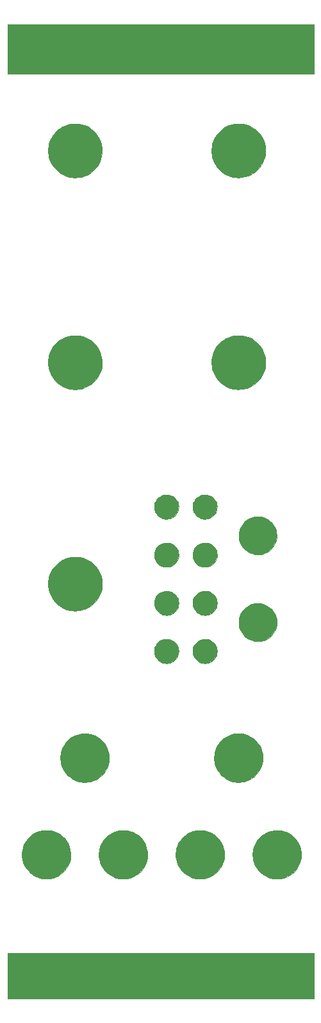
<source format=gbr>
%TF.GenerationSoftware,KiCad,Pcbnew,(6.0.0)*%
%TF.CreationDate,2022-07-13T19:55:52+02:00*%
%TF.ProjectId,wavefolder-panel,77617665-666f-46c6-9465-722d70616e65,rev?*%
%TF.SameCoordinates,Original*%
%TF.FileFunction,Soldermask,Bot*%
%TF.FilePolarity,Negative*%
%FSLAX46Y46*%
G04 Gerber Fmt 4.6, Leading zero omitted, Abs format (unit mm)*
G04 Created by KiCad (PCBNEW (6.0.0)) date 2022-07-13 19:55:52*
%MOMM*%
%LPD*%
G01*
G04 APERTURE LIST*
%ADD10C,0.010000*%
G04 APERTURE END LIST*
D10*
%TO.C,Ref\u002A\u002A*%
X143091238Y-154442837D02*
X143456079Y-154501737D01*
X143456079Y-154501737D02*
X143492244Y-154509886D01*
X143492244Y-154509886D02*
X143835288Y-154610515D01*
X143835288Y-154610515D02*
X144162563Y-154748847D01*
X144162563Y-154748847D02*
X144471251Y-154922282D01*
X144471251Y-154922282D02*
X144758532Y-155128218D01*
X144758532Y-155128218D02*
X145021588Y-155364054D01*
X145021588Y-155364054D02*
X145257599Y-155627191D01*
X145257599Y-155627191D02*
X145463746Y-155915025D01*
X145463746Y-155915025D02*
X145637211Y-156224958D01*
X145637211Y-156224958D02*
X145775175Y-156554387D01*
X145775175Y-156554387D02*
X145805203Y-156643917D01*
X145805203Y-156643917D02*
X145852210Y-156797050D01*
X145852210Y-156797050D02*
X145887768Y-156929121D01*
X145887768Y-156929121D02*
X145913385Y-157050737D01*
X145913385Y-157050737D02*
X145930569Y-157172503D01*
X145930569Y-157172503D02*
X145940826Y-157305026D01*
X145940826Y-157305026D02*
X145945664Y-157458911D01*
X145945664Y-157458911D02*
X145946606Y-157638750D01*
X145946606Y-157638750D02*
X145945580Y-157797867D01*
X145945580Y-157797867D02*
X145942865Y-157923510D01*
X145942865Y-157923510D02*
X145937810Y-158024524D01*
X145937810Y-158024524D02*
X145929763Y-158109755D01*
X145929763Y-158109755D02*
X145918073Y-158188049D01*
X145918073Y-158188049D02*
X145902086Y-158268253D01*
X145902086Y-158268253D02*
X145899299Y-158280902D01*
X145899299Y-158280902D02*
X145797370Y-158647684D01*
X145797370Y-158647684D02*
X145659972Y-158991358D01*
X145659972Y-158991358D02*
X145487104Y-159311924D01*
X145487104Y-159311924D02*
X145278767Y-159609381D01*
X145278767Y-159609381D02*
X145069932Y-159848054D01*
X145069932Y-159848054D02*
X144801468Y-160099998D01*
X144801468Y-160099998D02*
X144518797Y-160313278D01*
X144518797Y-160313278D02*
X144218086Y-160490076D01*
X144218086Y-160490076D02*
X143895506Y-160632573D01*
X143895506Y-160632573D02*
X143547226Y-160742951D01*
X143547226Y-160742951D02*
X143460494Y-160764642D01*
X143460494Y-160764642D02*
X143301587Y-160793953D01*
X143301587Y-160793953D02*
X143113186Y-160814949D01*
X143113186Y-160814949D02*
X142907360Y-160827355D01*
X142907360Y-160827355D02*
X142696178Y-160830898D01*
X142696178Y-160830898D02*
X142491709Y-160825302D01*
X142491709Y-160825302D02*
X142306023Y-160810295D01*
X142306023Y-160810295D02*
X142190494Y-160793465D01*
X142190494Y-160793465D02*
X141836758Y-160707932D01*
X141836758Y-160707932D02*
X141498765Y-160584836D01*
X141498765Y-160584836D02*
X141179101Y-160426476D01*
X141179101Y-160426476D02*
X140880351Y-160235148D01*
X140880351Y-160235148D02*
X140605102Y-160013152D01*
X140605102Y-160013152D02*
X140355939Y-159762785D01*
X140355939Y-159762785D02*
X140135449Y-159486344D01*
X140135449Y-159486344D02*
X139946218Y-159186129D01*
X139946218Y-159186129D02*
X139790830Y-158864437D01*
X139790830Y-158864437D02*
X139684471Y-158566511D01*
X139684471Y-158566511D02*
X139637604Y-158400653D01*
X139637604Y-158400653D02*
X139603203Y-158251263D01*
X139603203Y-158251263D02*
X139579636Y-158106159D01*
X139579636Y-158106159D02*
X139565274Y-157953159D01*
X139565274Y-157953159D02*
X139558486Y-157780085D01*
X139558486Y-157780085D02*
X139557416Y-157617584D01*
X139557416Y-157617584D02*
X139558959Y-157459249D01*
X139558959Y-157459249D02*
X139562942Y-157333065D01*
X139562942Y-157333065D02*
X139570148Y-157228880D01*
X139570148Y-157228880D02*
X139581365Y-157136542D01*
X139581365Y-157136542D02*
X139597376Y-157045899D01*
X139597376Y-157045899D02*
X139604202Y-157012965D01*
X139604202Y-157012965D02*
X139702861Y-156646297D01*
X139702861Y-156646297D02*
X139837245Y-156300656D01*
X139837245Y-156300656D02*
X140006266Y-155977646D01*
X140006266Y-155977646D02*
X140208838Y-155678870D01*
X140208838Y-155678870D02*
X140443873Y-155405933D01*
X140443873Y-155405933D02*
X140710286Y-155160439D01*
X140710286Y-155160439D02*
X141005161Y-154945174D01*
X141005161Y-154945174D02*
X141326039Y-154762123D01*
X141326039Y-154762123D02*
X141661516Y-154618125D01*
X141661516Y-154618125D02*
X142008683Y-154513688D01*
X142008683Y-154513688D02*
X142364632Y-154449321D01*
X142364632Y-154449321D02*
X142726453Y-154425535D01*
X142726453Y-154425535D02*
X143091238Y-154442837D01*
X143091238Y-154442837D02*
X143091238Y-154442837D01*
G36*
X143091238Y-154442837D02*
G01*
X143456079Y-154501737D01*
X143492244Y-154509886D01*
X143835288Y-154610515D01*
X144162563Y-154748847D01*
X144471251Y-154922282D01*
X144758532Y-155128218D01*
X145021588Y-155364054D01*
X145257599Y-155627191D01*
X145463746Y-155915025D01*
X145637211Y-156224958D01*
X145775175Y-156554387D01*
X145805203Y-156643917D01*
X145852210Y-156797050D01*
X145887768Y-156929121D01*
X145913385Y-157050737D01*
X145930569Y-157172503D01*
X145940826Y-157305026D01*
X145945664Y-157458911D01*
X145946606Y-157638750D01*
X145945580Y-157797867D01*
X145942865Y-157923510D01*
X145937810Y-158024524D01*
X145929763Y-158109755D01*
X145918073Y-158188049D01*
X145902086Y-158268253D01*
X145899299Y-158280902D01*
X145797370Y-158647684D01*
X145659972Y-158991358D01*
X145487104Y-159311924D01*
X145278767Y-159609381D01*
X145069932Y-159848054D01*
X144801468Y-160099998D01*
X144518797Y-160313278D01*
X144218086Y-160490076D01*
X143895506Y-160632573D01*
X143547226Y-160742951D01*
X143460494Y-160764642D01*
X143301587Y-160793953D01*
X143113186Y-160814949D01*
X142907360Y-160827355D01*
X142696178Y-160830898D01*
X142491709Y-160825302D01*
X142306023Y-160810295D01*
X142190494Y-160793465D01*
X141836758Y-160707932D01*
X141498765Y-160584836D01*
X141179101Y-160426476D01*
X140880351Y-160235148D01*
X140605102Y-160013152D01*
X140355939Y-159762785D01*
X140135449Y-159486344D01*
X139946218Y-159186129D01*
X139790830Y-158864437D01*
X139684471Y-158566511D01*
X139637604Y-158400653D01*
X139603203Y-158251263D01*
X139579636Y-158106159D01*
X139565274Y-157953159D01*
X139558486Y-157780085D01*
X139557416Y-157617584D01*
X139558959Y-157459249D01*
X139562942Y-157333065D01*
X139570148Y-157228880D01*
X139581365Y-157136542D01*
X139597376Y-157045899D01*
X139604202Y-157012965D01*
X139702861Y-156646297D01*
X139837245Y-156300656D01*
X140006266Y-155977646D01*
X140208838Y-155678870D01*
X140443873Y-155405933D01*
X140710286Y-155160439D01*
X141005161Y-154945174D01*
X141326039Y-154762123D01*
X141661516Y-154618125D01*
X142008683Y-154513688D01*
X142364632Y-154449321D01*
X142726453Y-154425535D01*
X143091238Y-154442837D01*
G37*
X143091238Y-154442837D02*
X143456079Y-154501737D01*
X143492244Y-154509886D01*
X143835288Y-154610515D01*
X144162563Y-154748847D01*
X144471251Y-154922282D01*
X144758532Y-155128218D01*
X145021588Y-155364054D01*
X145257599Y-155627191D01*
X145463746Y-155915025D01*
X145637211Y-156224958D01*
X145775175Y-156554387D01*
X145805203Y-156643917D01*
X145852210Y-156797050D01*
X145887768Y-156929121D01*
X145913385Y-157050737D01*
X145930569Y-157172503D01*
X145940826Y-157305026D01*
X145945664Y-157458911D01*
X145946606Y-157638750D01*
X145945580Y-157797867D01*
X145942865Y-157923510D01*
X145937810Y-158024524D01*
X145929763Y-158109755D01*
X145918073Y-158188049D01*
X145902086Y-158268253D01*
X145899299Y-158280902D01*
X145797370Y-158647684D01*
X145659972Y-158991358D01*
X145487104Y-159311924D01*
X145278767Y-159609381D01*
X145069932Y-159848054D01*
X144801468Y-160099998D01*
X144518797Y-160313278D01*
X144218086Y-160490076D01*
X143895506Y-160632573D01*
X143547226Y-160742951D01*
X143460494Y-160764642D01*
X143301587Y-160793953D01*
X143113186Y-160814949D01*
X142907360Y-160827355D01*
X142696178Y-160830898D01*
X142491709Y-160825302D01*
X142306023Y-160810295D01*
X142190494Y-160793465D01*
X141836758Y-160707932D01*
X141498765Y-160584836D01*
X141179101Y-160426476D01*
X140880351Y-160235148D01*
X140605102Y-160013152D01*
X140355939Y-159762785D01*
X140135449Y-159486344D01*
X139946218Y-159186129D01*
X139790830Y-158864437D01*
X139684471Y-158566511D01*
X139637604Y-158400653D01*
X139603203Y-158251263D01*
X139579636Y-158106159D01*
X139565274Y-157953159D01*
X139558486Y-157780085D01*
X139557416Y-157617584D01*
X139558959Y-157459249D01*
X139562942Y-157333065D01*
X139570148Y-157228880D01*
X139581365Y-157136542D01*
X139597376Y-157045899D01*
X139604202Y-157012965D01*
X139702861Y-156646297D01*
X139837245Y-156300656D01*
X140006266Y-155977646D01*
X140208838Y-155678870D01*
X140443873Y-155405933D01*
X140710286Y-155160439D01*
X141005161Y-154945174D01*
X141326039Y-154762123D01*
X141661516Y-154618125D01*
X142008683Y-154513688D01*
X142364632Y-154449321D01*
X142726453Y-154425535D01*
X143091238Y-154442837D01*
X128388402Y-122872986D02*
X128644571Y-122930250D01*
X128644571Y-122930250D02*
X128755109Y-122967647D01*
X128755109Y-122967647D02*
X128941841Y-123057325D01*
X128941841Y-123057325D02*
X129123679Y-123181874D01*
X129123679Y-123181874D02*
X129292691Y-123333944D01*
X129292691Y-123333944D02*
X129440943Y-123506181D01*
X129440943Y-123506181D02*
X129560501Y-123691235D01*
X129560501Y-123691235D02*
X129583211Y-123735049D01*
X129583211Y-123735049D02*
X129660586Y-123909406D01*
X129660586Y-123909406D02*
X129711814Y-124072044D01*
X129711814Y-124072044D02*
X129740681Y-124239310D01*
X129740681Y-124239310D02*
X129750975Y-124427550D01*
X129750975Y-124427550D02*
X129751152Y-124460000D01*
X129751152Y-124460000D02*
X129743424Y-124653007D01*
X129743424Y-124653007D02*
X129717716Y-124822479D01*
X129717716Y-124822479D02*
X129670241Y-124984762D01*
X129670241Y-124984762D02*
X129597212Y-125156204D01*
X129597212Y-125156204D02*
X129583211Y-125184952D01*
X129583211Y-125184952D02*
X129454161Y-125399886D01*
X129454161Y-125399886D02*
X129294201Y-125589040D01*
X129294201Y-125589040D02*
X129107649Y-125750107D01*
X129107649Y-125750107D02*
X128898825Y-125880783D01*
X128898825Y-125880783D02*
X128672046Y-125978761D01*
X128672046Y-125978761D02*
X128431632Y-126041736D01*
X128431632Y-126041736D02*
X128181900Y-126067403D01*
X128181900Y-126067403D02*
X127950810Y-126056468D01*
X127950810Y-126056468D02*
X127700163Y-126005682D01*
X127700163Y-126005682D02*
X127464354Y-125916509D01*
X127464354Y-125916509D02*
X127246735Y-125791306D01*
X127246735Y-125791306D02*
X127050655Y-125632431D01*
X127050655Y-125632431D02*
X126879463Y-125442242D01*
X126879463Y-125442242D02*
X126736511Y-125223096D01*
X126736511Y-125223096D02*
X126718407Y-125189210D01*
X126718407Y-125189210D02*
X126625810Y-124966766D01*
X126625810Y-124966766D02*
X126568921Y-124728934D01*
X126568921Y-124728934D02*
X126547739Y-124483064D01*
X126547739Y-124483064D02*
X126562265Y-124236510D01*
X126562265Y-124236510D02*
X126612498Y-123996622D01*
X126612498Y-123996622D02*
X126698439Y-123770752D01*
X126698439Y-123770752D02*
X126718407Y-123730790D01*
X126718407Y-123730790D02*
X126856707Y-123508206D01*
X126856707Y-123508206D02*
X127022328Y-123315886D01*
X127022328Y-123315886D02*
X127211674Y-123155178D01*
X127211674Y-123155178D02*
X127421149Y-123027430D01*
X127421149Y-123027430D02*
X127647155Y-122933989D01*
X127647155Y-122933989D02*
X127886097Y-122876203D01*
X127886097Y-122876203D02*
X128134379Y-122855420D01*
X128134379Y-122855420D02*
X128388402Y-122872986D01*
X128388402Y-122872986D02*
X128388402Y-122872986D01*
G36*
X128388402Y-122872986D02*
G01*
X128644571Y-122930250D01*
X128755109Y-122967647D01*
X128941841Y-123057325D01*
X129123679Y-123181874D01*
X129292691Y-123333944D01*
X129440943Y-123506181D01*
X129560501Y-123691235D01*
X129583211Y-123735049D01*
X129660586Y-123909406D01*
X129711814Y-124072044D01*
X129740681Y-124239310D01*
X129750975Y-124427550D01*
X129751152Y-124460000D01*
X129743424Y-124653007D01*
X129717716Y-124822479D01*
X129670241Y-124984762D01*
X129597212Y-125156204D01*
X129583211Y-125184952D01*
X129454161Y-125399886D01*
X129294201Y-125589040D01*
X129107649Y-125750107D01*
X128898825Y-125880783D01*
X128672046Y-125978761D01*
X128431632Y-126041736D01*
X128181900Y-126067403D01*
X127950810Y-126056468D01*
X127700163Y-126005682D01*
X127464354Y-125916509D01*
X127246735Y-125791306D01*
X127050655Y-125632431D01*
X126879463Y-125442242D01*
X126736511Y-125223096D01*
X126718407Y-125189210D01*
X126625810Y-124966766D01*
X126568921Y-124728934D01*
X126547739Y-124483064D01*
X126562265Y-124236510D01*
X126612498Y-123996622D01*
X126698439Y-123770752D01*
X126718407Y-123730790D01*
X126856707Y-123508206D01*
X127022328Y-123315886D01*
X127211674Y-123155178D01*
X127421149Y-123027430D01*
X127647155Y-122933989D01*
X127886097Y-122876203D01*
X128134379Y-122855420D01*
X128388402Y-122872986D01*
G37*
X128388402Y-122872986D02*
X128644571Y-122930250D01*
X128755109Y-122967647D01*
X128941841Y-123057325D01*
X129123679Y-123181874D01*
X129292691Y-123333944D01*
X129440943Y-123506181D01*
X129560501Y-123691235D01*
X129583211Y-123735049D01*
X129660586Y-123909406D01*
X129711814Y-124072044D01*
X129740681Y-124239310D01*
X129750975Y-124427550D01*
X129751152Y-124460000D01*
X129743424Y-124653007D01*
X129717716Y-124822479D01*
X129670241Y-124984762D01*
X129597212Y-125156204D01*
X129583211Y-125184952D01*
X129454161Y-125399886D01*
X129294201Y-125589040D01*
X129107649Y-125750107D01*
X128898825Y-125880783D01*
X128672046Y-125978761D01*
X128431632Y-126041736D01*
X128181900Y-126067403D01*
X127950810Y-126056468D01*
X127700163Y-126005682D01*
X127464354Y-125916509D01*
X127246735Y-125791306D01*
X127050655Y-125632431D01*
X126879463Y-125442242D01*
X126736511Y-125223096D01*
X126718407Y-125189210D01*
X126625810Y-124966766D01*
X126568921Y-124728934D01*
X126547739Y-124483064D01*
X126562265Y-124236510D01*
X126612498Y-123996622D01*
X126698439Y-123770752D01*
X126718407Y-123730790D01*
X126856707Y-123508206D01*
X127022328Y-123315886D01*
X127211674Y-123155178D01*
X127421149Y-123027430D01*
X127647155Y-122933989D01*
X127886097Y-122876203D01*
X128134379Y-122855420D01*
X128388402Y-122872986D01*
X137894515Y-61216639D02*
X138261155Y-61257909D01*
X138261155Y-61257909D02*
X138621237Y-61337162D01*
X138621237Y-61337162D02*
X138971911Y-61453939D01*
X138971911Y-61453939D02*
X139310325Y-61607778D01*
X139310325Y-61607778D02*
X139633628Y-61798221D01*
X139633628Y-61798221D02*
X139938969Y-62024807D01*
X139938969Y-62024807D02*
X140200430Y-62263646D01*
X140200430Y-62263646D02*
X140455077Y-62548972D01*
X140455077Y-62548972D02*
X140674283Y-62854742D01*
X140674283Y-62854742D02*
X140857751Y-63177917D01*
X140857751Y-63177917D02*
X141005187Y-63515457D01*
X141005187Y-63515457D02*
X141116294Y-63864323D01*
X141116294Y-63864323D02*
X141190778Y-64221476D01*
X141190778Y-64221476D02*
X141228343Y-64583876D01*
X141228343Y-64583876D02*
X141228694Y-64948484D01*
X141228694Y-64948484D02*
X141191535Y-65312260D01*
X141191535Y-65312260D02*
X141116571Y-65672165D01*
X141116571Y-65672165D02*
X141003506Y-66025159D01*
X141003506Y-66025159D02*
X140852045Y-66368203D01*
X140852045Y-66368203D02*
X140661893Y-66698258D01*
X140661893Y-66698258D02*
X140635372Y-66738476D01*
X140635372Y-66738476D02*
X140400168Y-67053217D01*
X140400168Y-67053217D02*
X140137976Y-67335861D01*
X140137976Y-67335861D02*
X139850577Y-67585363D01*
X139850577Y-67585363D02*
X139539757Y-67800680D01*
X139539757Y-67800680D02*
X139207297Y-67980768D01*
X139207297Y-67980768D02*
X138854982Y-68124581D01*
X138854982Y-68124581D02*
X138484594Y-68231077D01*
X138484594Y-68231077D02*
X138097916Y-68299210D01*
X138097916Y-68299210D02*
X137942739Y-68315187D01*
X137942739Y-68315187D02*
X137826907Y-68324486D01*
X137826907Y-68324486D02*
X137738785Y-68330134D01*
X137738785Y-68330134D02*
X137664700Y-68332118D01*
X137664700Y-68332118D02*
X137590976Y-68330429D01*
X137590976Y-68330429D02*
X137503940Y-68325057D01*
X137503940Y-68325057D02*
X137389918Y-68315991D01*
X137389918Y-68315991D02*
X137375078Y-68314763D01*
X137375078Y-68314763D02*
X137019907Y-68265675D01*
X137019907Y-68265675D02*
X136665067Y-68178783D01*
X136665067Y-68178783D02*
X136318933Y-68056990D01*
X136318933Y-68056990D02*
X135989879Y-67903200D01*
X135989879Y-67903200D02*
X135713494Y-67738658D01*
X135713494Y-67738658D02*
X135405973Y-67509403D01*
X135405973Y-67509403D02*
X135127155Y-67251654D01*
X135127155Y-67251654D02*
X134878769Y-66968368D01*
X134878769Y-66968368D02*
X134662541Y-66662501D01*
X134662541Y-66662501D02*
X134480201Y-66337009D01*
X134480201Y-66337009D02*
X134333475Y-65994848D01*
X134333475Y-65994848D02*
X134224092Y-65638975D01*
X134224092Y-65638975D02*
X134153780Y-65272345D01*
X134153780Y-65272345D02*
X134129814Y-65029154D01*
X134129814Y-65029154D02*
X134123562Y-64637298D01*
X134123562Y-64637298D02*
X134155076Y-64262225D01*
X134155076Y-64262225D02*
X134225136Y-63900115D01*
X134225136Y-63900115D02*
X134334528Y-63547152D01*
X134334528Y-63547152D02*
X134484032Y-63199517D01*
X134484032Y-63199517D02*
X134519147Y-63129649D01*
X134519147Y-63129649D02*
X134703533Y-62815357D01*
X134703533Y-62815357D02*
X134922544Y-62518778D01*
X134922544Y-62518778D02*
X135171571Y-62244493D01*
X135171571Y-62244493D02*
X135446000Y-61997083D01*
X135446000Y-61997083D02*
X135741223Y-61781128D01*
X135741223Y-61781128D02*
X136052627Y-61601210D01*
X136052627Y-61601210D02*
X136062744Y-61596130D01*
X136062744Y-61596130D02*
X136419404Y-61440586D01*
X136419404Y-61440586D02*
X136783762Y-61325325D01*
X136783762Y-61325325D02*
X137152967Y-61249887D01*
X137152967Y-61249887D02*
X137524168Y-61213811D01*
X137524168Y-61213811D02*
X137894515Y-61216639D01*
X137894515Y-61216639D02*
X137894515Y-61216639D01*
G36*
X137894515Y-61216639D02*
G01*
X138261155Y-61257909D01*
X138621237Y-61337162D01*
X138971911Y-61453939D01*
X139310325Y-61607778D01*
X139633628Y-61798221D01*
X139938969Y-62024807D01*
X140200430Y-62263646D01*
X140455077Y-62548972D01*
X140674283Y-62854742D01*
X140857751Y-63177917D01*
X141005187Y-63515457D01*
X141116294Y-63864323D01*
X141190778Y-64221476D01*
X141228343Y-64583876D01*
X141228694Y-64948484D01*
X141191535Y-65312260D01*
X141116571Y-65672165D01*
X141003506Y-66025159D01*
X140852045Y-66368203D01*
X140661893Y-66698258D01*
X140635372Y-66738476D01*
X140400168Y-67053217D01*
X140137976Y-67335861D01*
X139850577Y-67585363D01*
X139539757Y-67800680D01*
X139207297Y-67980768D01*
X138854982Y-68124581D01*
X138484594Y-68231077D01*
X138097916Y-68299210D01*
X137942739Y-68315187D01*
X137826907Y-68324486D01*
X137738785Y-68330134D01*
X137664700Y-68332118D01*
X137590976Y-68330429D01*
X137503940Y-68325057D01*
X137389918Y-68315991D01*
X137375078Y-68314763D01*
X137019907Y-68265675D01*
X136665067Y-68178783D01*
X136318933Y-68056990D01*
X135989879Y-67903200D01*
X135713494Y-67738658D01*
X135405973Y-67509403D01*
X135127155Y-67251654D01*
X134878769Y-66968368D01*
X134662541Y-66662501D01*
X134480201Y-66337009D01*
X134333475Y-65994848D01*
X134224092Y-65638975D01*
X134153780Y-65272345D01*
X134129814Y-65029154D01*
X134123562Y-64637298D01*
X134155076Y-64262225D01*
X134225136Y-63900115D01*
X134334528Y-63547152D01*
X134484032Y-63199517D01*
X134519147Y-63129649D01*
X134703533Y-62815357D01*
X134922544Y-62518778D01*
X135171571Y-62244493D01*
X135446000Y-61997083D01*
X135741223Y-61781128D01*
X136052627Y-61601210D01*
X136062744Y-61596130D01*
X136419404Y-61440586D01*
X136783762Y-61325325D01*
X137152967Y-61249887D01*
X137524168Y-61213811D01*
X137894515Y-61216639D01*
G37*
X137894515Y-61216639D02*
X138261155Y-61257909D01*
X138621237Y-61337162D01*
X138971911Y-61453939D01*
X139310325Y-61607778D01*
X139633628Y-61798221D01*
X139938969Y-62024807D01*
X140200430Y-62263646D01*
X140455077Y-62548972D01*
X140674283Y-62854742D01*
X140857751Y-63177917D01*
X141005187Y-63515457D01*
X141116294Y-63864323D01*
X141190778Y-64221476D01*
X141228343Y-64583876D01*
X141228694Y-64948484D01*
X141191535Y-65312260D01*
X141116571Y-65672165D01*
X141003506Y-66025159D01*
X140852045Y-66368203D01*
X140661893Y-66698258D01*
X140635372Y-66738476D01*
X140400168Y-67053217D01*
X140137976Y-67335861D01*
X139850577Y-67585363D01*
X139539757Y-67800680D01*
X139207297Y-67980768D01*
X138854982Y-68124581D01*
X138484594Y-68231077D01*
X138097916Y-68299210D01*
X137942739Y-68315187D01*
X137826907Y-68324486D01*
X137738785Y-68330134D01*
X137664700Y-68332118D01*
X137590976Y-68330429D01*
X137503940Y-68325057D01*
X137389918Y-68315991D01*
X137375078Y-68314763D01*
X137019907Y-68265675D01*
X136665067Y-68178783D01*
X136318933Y-68056990D01*
X135989879Y-67903200D01*
X135713494Y-67738658D01*
X135405973Y-67509403D01*
X135127155Y-67251654D01*
X134878769Y-66968368D01*
X134662541Y-66662501D01*
X134480201Y-66337009D01*
X134333475Y-65994848D01*
X134224092Y-65638975D01*
X134153780Y-65272345D01*
X134129814Y-65029154D01*
X134123562Y-64637298D01*
X134155076Y-64262225D01*
X134225136Y-63900115D01*
X134334528Y-63547152D01*
X134484032Y-63199517D01*
X134519147Y-63129649D01*
X134703533Y-62815357D01*
X134922544Y-62518778D01*
X135171571Y-62244493D01*
X135446000Y-61997083D01*
X135741223Y-61781128D01*
X136052627Y-61601210D01*
X136062744Y-61596130D01*
X136419404Y-61440586D01*
X136783762Y-61325325D01*
X137152967Y-61249887D01*
X137524168Y-61213811D01*
X137894515Y-61216639D01*
X116323382Y-118370794D02*
X116696582Y-118415233D01*
X116696582Y-118415233D02*
X117064122Y-118498743D01*
X117064122Y-118498743D02*
X117422241Y-118621369D01*
X117422241Y-118621369D02*
X117598290Y-118698159D01*
X117598290Y-118698159D02*
X117937902Y-118880456D01*
X117937902Y-118880456D02*
X118252124Y-119095596D01*
X118252124Y-119095596D02*
X118539250Y-119341338D01*
X118539250Y-119341338D02*
X118797577Y-119615436D01*
X118797577Y-119615436D02*
X119025398Y-119915646D01*
X119025398Y-119915646D02*
X119221008Y-120239727D01*
X119221008Y-120239727D02*
X119382702Y-120585432D01*
X119382702Y-120585432D02*
X119508774Y-120950520D01*
X119508774Y-120950520D02*
X119596551Y-121327334D01*
X119596551Y-121327334D02*
X119616739Y-121478349D01*
X119616739Y-121478349D02*
X119629771Y-121658527D01*
X119629771Y-121658527D02*
X119635648Y-121855303D01*
X119635648Y-121855303D02*
X119634370Y-122056117D01*
X119634370Y-122056117D02*
X119625937Y-122248406D01*
X119625937Y-122248406D02*
X119610348Y-122419607D01*
X119610348Y-122419607D02*
X119596551Y-122512667D01*
X119596551Y-122512667D02*
X119508205Y-122890295D01*
X119508205Y-122890295D02*
X119383067Y-123251009D01*
X119383067Y-123251009D02*
X119223237Y-123592616D01*
X119223237Y-123592616D02*
X119030818Y-123912923D01*
X119030818Y-123912923D02*
X118807911Y-124209738D01*
X118807911Y-124209738D02*
X118556616Y-124480867D01*
X118556616Y-124480867D02*
X118279036Y-124724119D01*
X118279036Y-124724119D02*
X117977272Y-124937301D01*
X117977272Y-124937301D02*
X117653426Y-125118219D01*
X117653426Y-125118219D02*
X117309598Y-125264681D01*
X117309598Y-125264681D02*
X116947890Y-125374496D01*
X116947890Y-125374496D02*
X116827716Y-125401745D01*
X116827716Y-125401745D02*
X116462425Y-125459946D01*
X116462425Y-125459946D02*
X116103619Y-125479933D01*
X116103619Y-125479933D02*
X115748422Y-125463036D01*
X115748422Y-125463036D02*
X115368915Y-125405674D01*
X115368915Y-125405674D02*
X115001539Y-125309033D01*
X115001539Y-125309033D02*
X114649011Y-125174969D01*
X114649011Y-125174969D02*
X114314047Y-125005342D01*
X114314047Y-125005342D02*
X113999362Y-124802010D01*
X113999362Y-124802010D02*
X113707673Y-124566830D01*
X113707673Y-124566830D02*
X113441694Y-124301661D01*
X113441694Y-124301661D02*
X113204141Y-124008362D01*
X113204141Y-124008362D02*
X112997730Y-123688790D01*
X112997730Y-123688790D02*
X112906370Y-123518373D01*
X112906370Y-123518373D02*
X112778409Y-123233352D01*
X112778409Y-123233352D02*
X112674878Y-122934750D01*
X112674878Y-122934750D02*
X112607409Y-122681660D01*
X112607409Y-122681660D02*
X112588374Y-122599089D01*
X112588374Y-122599089D02*
X112573857Y-122528190D01*
X112573857Y-122528190D02*
X112563248Y-122461212D01*
X112563248Y-122461212D02*
X112555938Y-122390402D01*
X112555938Y-122390402D02*
X112551316Y-122308008D01*
X112551316Y-122308008D02*
X112548772Y-122206276D01*
X112548772Y-122206276D02*
X112547696Y-122077453D01*
X112547696Y-122077453D02*
X112547479Y-121920000D01*
X112547479Y-121920000D02*
X112547715Y-121757645D01*
X112547715Y-121757645D02*
X112548831Y-121629870D01*
X112548831Y-121629870D02*
X112551435Y-121528921D01*
X112551435Y-121528921D02*
X112556138Y-121447047D01*
X112556138Y-121447047D02*
X112563551Y-121376495D01*
X112563551Y-121376495D02*
X112574282Y-121309511D01*
X112574282Y-121309511D02*
X112588943Y-121238343D01*
X112588943Y-121238343D02*
X112607409Y-121158340D01*
X112607409Y-121158340D02*
X112719307Y-120771085D01*
X112719307Y-120771085D02*
X112866141Y-120406962D01*
X112866141Y-120406962D02*
X113047043Y-120067083D01*
X113047043Y-120067083D02*
X113261140Y-119752563D01*
X113261140Y-119752563D02*
X113507562Y-119464514D01*
X113507562Y-119464514D02*
X113785439Y-119204051D01*
X113785439Y-119204051D02*
X114093898Y-118972287D01*
X114093898Y-118972287D02*
X114432069Y-118770336D01*
X114432069Y-118770336D02*
X114504023Y-118733204D01*
X114504023Y-118733204D02*
X114849146Y-118582917D01*
X114849146Y-118582917D02*
X115207403Y-118471491D01*
X115207403Y-118471491D02*
X115575033Y-118398966D01*
X115575033Y-118398966D02*
X115948279Y-118365387D01*
X115948279Y-118365387D02*
X116323382Y-118370794D01*
X116323382Y-118370794D02*
X116323382Y-118370794D01*
G36*
X116323382Y-118370794D02*
G01*
X116696582Y-118415233D01*
X117064122Y-118498743D01*
X117422241Y-118621369D01*
X117598290Y-118698159D01*
X117937902Y-118880456D01*
X118252124Y-119095596D01*
X118539250Y-119341338D01*
X118797577Y-119615436D01*
X119025398Y-119915646D01*
X119221008Y-120239727D01*
X119382702Y-120585432D01*
X119508774Y-120950520D01*
X119596551Y-121327334D01*
X119616739Y-121478349D01*
X119629771Y-121658527D01*
X119635648Y-121855303D01*
X119634370Y-122056117D01*
X119625937Y-122248406D01*
X119610348Y-122419607D01*
X119596551Y-122512667D01*
X119508205Y-122890295D01*
X119383067Y-123251009D01*
X119223237Y-123592616D01*
X119030818Y-123912923D01*
X118807911Y-124209738D01*
X118556616Y-124480867D01*
X118279036Y-124724119D01*
X117977272Y-124937301D01*
X117653426Y-125118219D01*
X117309598Y-125264681D01*
X116947890Y-125374496D01*
X116827716Y-125401745D01*
X116462425Y-125459946D01*
X116103619Y-125479933D01*
X115748422Y-125463036D01*
X115368915Y-125405674D01*
X115001539Y-125309033D01*
X114649011Y-125174969D01*
X114314047Y-125005342D01*
X113999362Y-124802010D01*
X113707673Y-124566830D01*
X113441694Y-124301661D01*
X113204141Y-124008362D01*
X112997730Y-123688790D01*
X112906370Y-123518373D01*
X112778409Y-123233352D01*
X112674878Y-122934750D01*
X112607409Y-122681660D01*
X112588374Y-122599089D01*
X112573857Y-122528190D01*
X112563248Y-122461212D01*
X112555938Y-122390402D01*
X112551316Y-122308008D01*
X112548772Y-122206276D01*
X112547696Y-122077453D01*
X112547479Y-121920000D01*
X112547715Y-121757645D01*
X112548831Y-121629870D01*
X112551435Y-121528921D01*
X112556138Y-121447047D01*
X112563551Y-121376495D01*
X112574282Y-121309511D01*
X112588943Y-121238343D01*
X112607409Y-121158340D01*
X112719307Y-120771085D01*
X112866141Y-120406962D01*
X113047043Y-120067083D01*
X113261140Y-119752563D01*
X113507562Y-119464514D01*
X113785439Y-119204051D01*
X114093898Y-118972287D01*
X114432069Y-118770336D01*
X114504023Y-118733204D01*
X114849146Y-118582917D01*
X115207403Y-118471491D01*
X115575033Y-118398966D01*
X115948279Y-118365387D01*
X116323382Y-118370794D01*
G37*
X116323382Y-118370794D02*
X116696582Y-118415233D01*
X117064122Y-118498743D01*
X117422241Y-118621369D01*
X117598290Y-118698159D01*
X117937902Y-118880456D01*
X118252124Y-119095596D01*
X118539250Y-119341338D01*
X118797577Y-119615436D01*
X119025398Y-119915646D01*
X119221008Y-120239727D01*
X119382702Y-120585432D01*
X119508774Y-120950520D01*
X119596551Y-121327334D01*
X119616739Y-121478349D01*
X119629771Y-121658527D01*
X119635648Y-121855303D01*
X119634370Y-122056117D01*
X119625937Y-122248406D01*
X119610348Y-122419607D01*
X119596551Y-122512667D01*
X119508205Y-122890295D01*
X119383067Y-123251009D01*
X119223237Y-123592616D01*
X119030818Y-123912923D01*
X118807911Y-124209738D01*
X118556616Y-124480867D01*
X118279036Y-124724119D01*
X117977272Y-124937301D01*
X117653426Y-125118219D01*
X117309598Y-125264681D01*
X116947890Y-125374496D01*
X116827716Y-125401745D01*
X116462425Y-125459946D01*
X116103619Y-125479933D01*
X115748422Y-125463036D01*
X115368915Y-125405674D01*
X115001539Y-125309033D01*
X114649011Y-125174969D01*
X114314047Y-125005342D01*
X113999362Y-124802010D01*
X113707673Y-124566830D01*
X113441694Y-124301661D01*
X113204141Y-124008362D01*
X112997730Y-123688790D01*
X112906370Y-123518373D01*
X112778409Y-123233352D01*
X112674878Y-122934750D01*
X112607409Y-122681660D01*
X112588374Y-122599089D01*
X112573857Y-122528190D01*
X112563248Y-122461212D01*
X112555938Y-122390402D01*
X112551316Y-122308008D01*
X112548772Y-122206276D01*
X112547696Y-122077453D01*
X112547479Y-121920000D01*
X112547715Y-121757645D01*
X112548831Y-121629870D01*
X112551435Y-121528921D01*
X112556138Y-121447047D01*
X112563551Y-121376495D01*
X112574282Y-121309511D01*
X112588943Y-121238343D01*
X112607409Y-121158340D01*
X112719307Y-120771085D01*
X112866141Y-120406962D01*
X113047043Y-120067083D01*
X113261140Y-119752563D01*
X113507562Y-119464514D01*
X113785439Y-119204051D01*
X114093898Y-118972287D01*
X114432069Y-118770336D01*
X114504023Y-118733204D01*
X114849146Y-118582917D01*
X115207403Y-118471491D01*
X115575033Y-118398966D01*
X115948279Y-118365387D01*
X116323382Y-118370794D01*
X133519408Y-110185986D02*
X133763582Y-110251137D01*
X133763582Y-110251137D02*
X133985555Y-110346755D01*
X133985555Y-110346755D02*
X134187872Y-110473901D01*
X134187872Y-110473901D02*
X134371568Y-110634753D01*
X134371568Y-110634753D02*
X134530997Y-110822722D01*
X134530997Y-110822722D02*
X134660513Y-111031218D01*
X134660513Y-111031218D02*
X134749290Y-111238123D01*
X134749290Y-111238123D02*
X134812877Y-111486931D01*
X134812877Y-111486931D02*
X134836471Y-111735458D01*
X134836471Y-111735458D02*
X134822058Y-111979920D01*
X134822058Y-111979920D02*
X134771623Y-112216533D01*
X134771623Y-112216533D02*
X134687151Y-112441516D01*
X134687151Y-112441516D02*
X134570627Y-112651084D01*
X134570627Y-112651084D02*
X134424036Y-112841454D01*
X134424036Y-112841454D02*
X134249363Y-113008844D01*
X134249363Y-113008844D02*
X134048594Y-113149471D01*
X134048594Y-113149471D02*
X133823712Y-113259551D01*
X133823712Y-113259551D02*
X133659748Y-113314551D01*
X133659748Y-113314551D02*
X133481139Y-113350817D01*
X133481139Y-113350817D02*
X133285026Y-113368250D01*
X133285026Y-113368250D02*
X133090163Y-113366013D01*
X133090163Y-113366013D02*
X132933658Y-113346931D01*
X132933658Y-113346931D02*
X132687316Y-113279314D01*
X132687316Y-113279314D02*
X132457247Y-113174504D01*
X132457247Y-113174504D02*
X132247142Y-113035732D01*
X132247142Y-113035732D02*
X132060693Y-112866227D01*
X132060693Y-112866227D02*
X131901592Y-112669216D01*
X131901592Y-112669216D02*
X131773530Y-112447931D01*
X131773530Y-112447931D02*
X131700082Y-112268000D01*
X131700082Y-112268000D02*
X131656877Y-112097083D01*
X131656877Y-112097083D02*
X131632891Y-111903532D01*
X131632891Y-111903532D02*
X131628674Y-111702711D01*
X131628674Y-111702711D02*
X131644777Y-111509981D01*
X131644777Y-111509981D02*
X131668514Y-111387799D01*
X131668514Y-111387799D02*
X131751277Y-111140238D01*
X131751277Y-111140238D02*
X131866376Y-110916671D01*
X131866376Y-110916671D02*
X132010213Y-110718716D01*
X132010213Y-110718716D02*
X132179188Y-110547990D01*
X132179188Y-110547990D02*
X132369703Y-110406109D01*
X132369703Y-110406109D02*
X132578159Y-110294691D01*
X132578159Y-110294691D02*
X132800956Y-110215353D01*
X132800956Y-110215353D02*
X133034496Y-110169711D01*
X133034496Y-110169711D02*
X133275179Y-110159383D01*
X133275179Y-110159383D02*
X133519408Y-110185986D01*
X133519408Y-110185986D02*
X133519408Y-110185986D01*
G36*
X133519408Y-110185986D02*
G01*
X133763582Y-110251137D01*
X133985555Y-110346755D01*
X134187872Y-110473901D01*
X134371568Y-110634753D01*
X134530997Y-110822722D01*
X134660513Y-111031218D01*
X134749290Y-111238123D01*
X134812877Y-111486931D01*
X134836471Y-111735458D01*
X134822058Y-111979920D01*
X134771623Y-112216533D01*
X134687151Y-112441516D01*
X134570627Y-112651084D01*
X134424036Y-112841454D01*
X134249363Y-113008844D01*
X134048594Y-113149471D01*
X133823712Y-113259551D01*
X133659748Y-113314551D01*
X133481139Y-113350817D01*
X133285026Y-113368250D01*
X133090163Y-113366013D01*
X132933658Y-113346931D01*
X132687316Y-113279314D01*
X132457247Y-113174504D01*
X132247142Y-113035732D01*
X132060693Y-112866227D01*
X131901592Y-112669216D01*
X131773530Y-112447931D01*
X131700082Y-112268000D01*
X131656877Y-112097083D01*
X131632891Y-111903532D01*
X131628674Y-111702711D01*
X131644777Y-111509981D01*
X131668514Y-111387799D01*
X131751277Y-111140238D01*
X131866376Y-110916671D01*
X132010213Y-110718716D01*
X132179188Y-110547990D01*
X132369703Y-110406109D01*
X132578159Y-110294691D01*
X132800956Y-110215353D01*
X133034496Y-110169711D01*
X133275179Y-110159383D01*
X133519408Y-110185986D01*
G37*
X133519408Y-110185986D02*
X133763582Y-110251137D01*
X133985555Y-110346755D01*
X134187872Y-110473901D01*
X134371568Y-110634753D01*
X134530997Y-110822722D01*
X134660513Y-111031218D01*
X134749290Y-111238123D01*
X134812877Y-111486931D01*
X134836471Y-111735458D01*
X134822058Y-111979920D01*
X134771623Y-112216533D01*
X134687151Y-112441516D01*
X134570627Y-112651084D01*
X134424036Y-112841454D01*
X134249363Y-113008844D01*
X134048594Y-113149471D01*
X133823712Y-113259551D01*
X133659748Y-113314551D01*
X133481139Y-113350817D01*
X133285026Y-113368250D01*
X133090163Y-113366013D01*
X132933658Y-113346931D01*
X132687316Y-113279314D01*
X132457247Y-113174504D01*
X132247142Y-113035732D01*
X132060693Y-112866227D01*
X131901592Y-112669216D01*
X131773530Y-112447931D01*
X131700082Y-112268000D01*
X131656877Y-112097083D01*
X131632891Y-111903532D01*
X131628674Y-111702711D01*
X131644777Y-111509981D01*
X131668514Y-111387799D01*
X131751277Y-111140238D01*
X131866376Y-110916671D01*
X132010213Y-110718716D01*
X132179188Y-110547990D01*
X132369703Y-110406109D01*
X132578159Y-110294691D01*
X132800956Y-110215353D01*
X133034496Y-110169711D01*
X133275179Y-110159383D01*
X133519408Y-110185986D01*
X112445258Y-154433965D02*
X112637533Y-154445095D01*
X112637533Y-154445095D02*
X112803352Y-154465678D01*
X112803352Y-154465678D02*
X112821744Y-154468956D01*
X112821744Y-154468956D02*
X113180851Y-154556405D01*
X113180851Y-154556405D02*
X113529346Y-154682492D01*
X113529346Y-154682492D02*
X113860817Y-154844584D01*
X113860817Y-154844584D02*
X114107231Y-154996913D01*
X114107231Y-154996913D02*
X114242289Y-155098310D01*
X114242289Y-155098310D02*
X114389859Y-155224717D01*
X114389859Y-155224717D02*
X114539202Y-155365763D01*
X114539202Y-155365763D02*
X114679580Y-155511083D01*
X114679580Y-155511083D02*
X114800253Y-155650308D01*
X114800253Y-155650308D02*
X114848510Y-155712584D01*
X114848510Y-155712584D02*
X115050054Y-156020505D01*
X115050054Y-156020505D02*
X115214081Y-156346112D01*
X115214081Y-156346112D02*
X115339817Y-156686157D01*
X115339817Y-156686157D02*
X115426489Y-157037389D01*
X115426489Y-157037389D02*
X115473323Y-157396561D01*
X115473323Y-157396561D02*
X115479547Y-157760421D01*
X115479547Y-157760421D02*
X115444387Y-158125723D01*
X115444387Y-158125723D02*
X115435650Y-158179538D01*
X115435650Y-158179538D02*
X115354286Y-158532575D01*
X115354286Y-158532575D02*
X115234642Y-158870666D01*
X115234642Y-158870666D02*
X115078952Y-159191147D01*
X115078952Y-159191147D02*
X114889449Y-159491353D01*
X114889449Y-159491353D02*
X114668367Y-159768619D01*
X114668367Y-159768619D02*
X114417939Y-160020281D01*
X114417939Y-160020281D02*
X114140398Y-160243674D01*
X114140398Y-160243674D02*
X113837979Y-160436134D01*
X113837979Y-160436134D02*
X113512913Y-160594996D01*
X113512913Y-160594996D02*
X113361494Y-160654213D01*
X113361494Y-160654213D02*
X113187215Y-160712837D01*
X113187215Y-160712837D02*
X113024160Y-160756929D01*
X113024160Y-160756929D02*
X112860838Y-160788424D01*
X112860838Y-160788424D02*
X112685762Y-160809258D01*
X112685762Y-160809258D02*
X112487443Y-160821367D01*
X112487443Y-160821367D02*
X112345494Y-160825384D01*
X112345494Y-160825384D02*
X112145859Y-160827160D01*
X112145859Y-160827160D02*
X111984650Y-160824077D01*
X111984650Y-160824077D02*
X111858222Y-160816003D01*
X111858222Y-160816003D02*
X111773994Y-160804872D01*
X111773994Y-160804872D02*
X111399468Y-160718103D01*
X111399468Y-160718103D02*
X111046922Y-160595454D01*
X111046922Y-160595454D02*
X110716867Y-160437197D01*
X110716867Y-160437197D02*
X110409817Y-160243604D01*
X110409817Y-160243604D02*
X110126283Y-160014947D01*
X110126283Y-160014947D02*
X109941502Y-159833560D01*
X109941502Y-159833560D02*
X109704340Y-159551509D01*
X109704340Y-159551509D02*
X109503274Y-159247501D01*
X109503274Y-159247501D02*
X109338183Y-158921303D01*
X109338183Y-158921303D02*
X109208946Y-158572678D01*
X109208946Y-158572678D02*
X109125927Y-158252584D01*
X109125927Y-158252584D02*
X109101056Y-158097329D01*
X109101056Y-158097329D02*
X109084425Y-157913137D01*
X109084425Y-157913137D02*
X109076158Y-157712621D01*
X109076158Y-157712621D02*
X109076377Y-157508392D01*
X109076377Y-157508392D02*
X109085206Y-157313061D01*
X109085206Y-157313061D02*
X109102769Y-157139241D01*
X109102769Y-157139241D02*
X109114319Y-157067250D01*
X109114319Y-157067250D02*
X109201832Y-156708611D01*
X109201832Y-156708611D02*
X109326499Y-156367885D01*
X109326499Y-156367885D02*
X109486183Y-156047232D01*
X109486183Y-156047232D02*
X109678744Y-155748814D01*
X109678744Y-155748814D02*
X109902045Y-155474791D01*
X109902045Y-155474791D02*
X110153946Y-155227324D01*
X110153946Y-155227324D02*
X110432309Y-155008573D01*
X110432309Y-155008573D02*
X110734996Y-154820699D01*
X110734996Y-154820699D02*
X111059867Y-154665864D01*
X111059867Y-154665864D02*
X111404785Y-154546226D01*
X111404785Y-154546226D02*
X111673923Y-154481179D01*
X111673923Y-154481179D02*
X111840860Y-154455894D01*
X111840860Y-154455894D02*
X112033805Y-154439504D01*
X112033805Y-154439504D02*
X112239643Y-154432148D01*
X112239643Y-154432148D02*
X112445258Y-154433965D01*
X112445258Y-154433965D02*
X112445258Y-154433965D01*
G36*
X112445258Y-154433965D02*
G01*
X112637533Y-154445095D01*
X112803352Y-154465678D01*
X112821744Y-154468956D01*
X113180851Y-154556405D01*
X113529346Y-154682492D01*
X113860817Y-154844584D01*
X114107231Y-154996913D01*
X114242289Y-155098310D01*
X114389859Y-155224717D01*
X114539202Y-155365763D01*
X114679580Y-155511083D01*
X114800253Y-155650308D01*
X114848510Y-155712584D01*
X115050054Y-156020505D01*
X115214081Y-156346112D01*
X115339817Y-156686157D01*
X115426489Y-157037389D01*
X115473323Y-157396561D01*
X115479547Y-157760421D01*
X115444387Y-158125723D01*
X115435650Y-158179538D01*
X115354286Y-158532575D01*
X115234642Y-158870666D01*
X115078952Y-159191147D01*
X114889449Y-159491353D01*
X114668367Y-159768619D01*
X114417939Y-160020281D01*
X114140398Y-160243674D01*
X113837979Y-160436134D01*
X113512913Y-160594996D01*
X113361494Y-160654213D01*
X113187215Y-160712837D01*
X113024160Y-160756929D01*
X112860838Y-160788424D01*
X112685762Y-160809258D01*
X112487443Y-160821367D01*
X112345494Y-160825384D01*
X112145859Y-160827160D01*
X111984650Y-160824077D01*
X111858222Y-160816003D01*
X111773994Y-160804872D01*
X111399468Y-160718103D01*
X111046922Y-160595454D01*
X110716867Y-160437197D01*
X110409817Y-160243604D01*
X110126283Y-160014947D01*
X109941502Y-159833560D01*
X109704340Y-159551509D01*
X109503274Y-159247501D01*
X109338183Y-158921303D01*
X109208946Y-158572678D01*
X109125927Y-158252584D01*
X109101056Y-158097329D01*
X109084425Y-157913137D01*
X109076158Y-157712621D01*
X109076377Y-157508392D01*
X109085206Y-157313061D01*
X109102769Y-157139241D01*
X109114319Y-157067250D01*
X109201832Y-156708611D01*
X109326499Y-156367885D01*
X109486183Y-156047232D01*
X109678744Y-155748814D01*
X109902045Y-155474791D01*
X110153946Y-155227324D01*
X110432309Y-155008573D01*
X110734996Y-154820699D01*
X111059867Y-154665864D01*
X111404785Y-154546226D01*
X111673923Y-154481179D01*
X111840860Y-154455894D01*
X112033805Y-154439504D01*
X112239643Y-154432148D01*
X112445258Y-154433965D01*
G37*
X112445258Y-154433965D02*
X112637533Y-154445095D01*
X112803352Y-154465678D01*
X112821744Y-154468956D01*
X113180851Y-154556405D01*
X113529346Y-154682492D01*
X113860817Y-154844584D01*
X114107231Y-154996913D01*
X114242289Y-155098310D01*
X114389859Y-155224717D01*
X114539202Y-155365763D01*
X114679580Y-155511083D01*
X114800253Y-155650308D01*
X114848510Y-155712584D01*
X115050054Y-156020505D01*
X115214081Y-156346112D01*
X115339817Y-156686157D01*
X115426489Y-157037389D01*
X115473323Y-157396561D01*
X115479547Y-157760421D01*
X115444387Y-158125723D01*
X115435650Y-158179538D01*
X115354286Y-158532575D01*
X115234642Y-158870666D01*
X115078952Y-159191147D01*
X114889449Y-159491353D01*
X114668367Y-159768619D01*
X114417939Y-160020281D01*
X114140398Y-160243674D01*
X113837979Y-160436134D01*
X113512913Y-160594996D01*
X113361494Y-160654213D01*
X113187215Y-160712837D01*
X113024160Y-160756929D01*
X112860838Y-160788424D01*
X112685762Y-160809258D01*
X112487443Y-160821367D01*
X112345494Y-160825384D01*
X112145859Y-160827160D01*
X111984650Y-160824077D01*
X111858222Y-160816003D01*
X111773994Y-160804872D01*
X111399468Y-160718103D01*
X111046922Y-160595454D01*
X110716867Y-160437197D01*
X110409817Y-160243604D01*
X110126283Y-160014947D01*
X109941502Y-159833560D01*
X109704340Y-159551509D01*
X109503274Y-159247501D01*
X109338183Y-158921303D01*
X109208946Y-158572678D01*
X109125927Y-158252584D01*
X109101056Y-158097329D01*
X109084425Y-157913137D01*
X109076158Y-157712621D01*
X109076377Y-157508392D01*
X109085206Y-157313061D01*
X109102769Y-157139241D01*
X109114319Y-157067250D01*
X109201832Y-156708611D01*
X109326499Y-156367885D01*
X109486183Y-156047232D01*
X109678744Y-155748814D01*
X109902045Y-155474791D01*
X110153946Y-155227324D01*
X110432309Y-155008573D01*
X110734996Y-154820699D01*
X111059867Y-154665864D01*
X111404785Y-154546226D01*
X111673923Y-154481179D01*
X111840860Y-154455894D01*
X112033805Y-154439504D01*
X112239643Y-154432148D01*
X112445258Y-154433965D01*
X140370096Y-124505424D02*
X140520632Y-124513510D01*
X140520632Y-124513510D02*
X140654635Y-124529745D01*
X140654635Y-124529745D02*
X140784885Y-124555966D01*
X140784885Y-124555966D02*
X140924163Y-124594008D01*
X140924163Y-124594008D02*
X141012767Y-124621774D01*
X141012767Y-124621774D02*
X141302145Y-124737499D01*
X141302145Y-124737499D02*
X141574505Y-124891770D01*
X141574505Y-124891770D02*
X141830195Y-125084809D01*
X141830195Y-125084809D02*
X142032124Y-125276853D01*
X142032124Y-125276853D02*
X142243167Y-125527610D01*
X142243167Y-125527610D02*
X142416354Y-125796998D01*
X142416354Y-125796998D02*
X142551132Y-126083625D01*
X142551132Y-126083625D02*
X142646946Y-126386103D01*
X142646946Y-126386103D02*
X142703242Y-126703041D01*
X142703242Y-126703041D02*
X142719661Y-127000000D01*
X142719661Y-127000000D02*
X142699467Y-127328782D01*
X142699467Y-127328782D02*
X142639254Y-127644358D01*
X142639254Y-127644358D02*
X142539577Y-127945336D01*
X142539577Y-127945336D02*
X142400991Y-128230326D01*
X142400991Y-128230326D02*
X142224050Y-128497940D01*
X142224050Y-128497940D02*
X142032124Y-128723148D01*
X142032124Y-128723148D02*
X141792820Y-128946833D01*
X141792820Y-128946833D02*
X141537386Y-129132007D01*
X141537386Y-129132007D02*
X141263281Y-129280020D01*
X141263281Y-129280020D02*
X140967962Y-129392223D01*
X140967962Y-129392223D02*
X140648888Y-129469966D01*
X140648888Y-129469966D02*
X140616097Y-129475808D01*
X140616097Y-129475808D02*
X140502783Y-129490090D01*
X140502783Y-129490090D02*
X140363603Y-129499817D01*
X140363603Y-129499817D02*
X140214225Y-129504578D01*
X140214225Y-129504578D02*
X140070317Y-129503963D01*
X140070317Y-129503963D02*
X139947549Y-129497559D01*
X139947549Y-129497559D02*
X139915078Y-129494195D01*
X139915078Y-129494195D02*
X139866471Y-129486214D01*
X139866471Y-129486214D02*
X139789741Y-129471331D01*
X139789741Y-129471331D02*
X139698014Y-129452148D01*
X139698014Y-129452148D02*
X139653164Y-129442320D01*
X139653164Y-129442320D02*
X139347194Y-129353148D01*
X139347194Y-129353148D02*
X139059361Y-129227219D01*
X139059361Y-129227219D02*
X138792135Y-129067103D01*
X138792135Y-129067103D02*
X138547986Y-128875371D01*
X138547986Y-128875371D02*
X138329382Y-128654592D01*
X138329382Y-128654592D02*
X138138792Y-128407338D01*
X138138792Y-128407338D02*
X137978686Y-128136178D01*
X137978686Y-128136178D02*
X137851533Y-127843682D01*
X137851533Y-127843682D02*
X137759803Y-127532421D01*
X137759803Y-127532421D02*
X137743122Y-127454148D01*
X137743122Y-127454148D02*
X137730844Y-127363006D01*
X137730844Y-127363006D02*
X137722435Y-127241181D01*
X137722435Y-127241181D02*
X137717893Y-127100148D01*
X137717893Y-127100148D02*
X137717219Y-126951379D01*
X137717219Y-126951379D02*
X137720414Y-126806349D01*
X137720414Y-126806349D02*
X137727476Y-126676531D01*
X137727476Y-126676531D02*
X137738407Y-126573399D01*
X137738407Y-126573399D02*
X137743122Y-126545852D01*
X137743122Y-126545852D02*
X137826243Y-126229485D01*
X137826243Y-126229485D02*
X137946057Y-125930602D01*
X137946057Y-125930602D02*
X138100266Y-125652011D01*
X138100266Y-125652011D02*
X138286573Y-125396522D01*
X138286573Y-125396522D02*
X138502681Y-125166942D01*
X138502681Y-125166942D02*
X138746293Y-124966082D01*
X138746293Y-124966082D02*
X139015109Y-124796749D01*
X139015109Y-124796749D02*
X139273456Y-124674930D01*
X139273456Y-124674930D02*
X139456887Y-124607004D01*
X139456887Y-124607004D02*
X139626992Y-124558477D01*
X139626992Y-124558477D02*
X139797498Y-124526783D01*
X139797498Y-124526783D02*
X139982133Y-124509358D01*
X139982133Y-124509358D02*
X140190244Y-124503653D01*
X140190244Y-124503653D02*
X140370096Y-124505424D01*
X140370096Y-124505424D02*
X140370096Y-124505424D01*
G36*
X140370096Y-124505424D02*
G01*
X140520632Y-124513510D01*
X140654635Y-124529745D01*
X140784885Y-124555966D01*
X140924163Y-124594008D01*
X141012767Y-124621774D01*
X141302145Y-124737499D01*
X141574505Y-124891770D01*
X141830195Y-125084809D01*
X142032124Y-125276853D01*
X142243167Y-125527610D01*
X142416354Y-125796998D01*
X142551132Y-126083625D01*
X142646946Y-126386103D01*
X142703242Y-126703041D01*
X142719661Y-127000000D01*
X142699467Y-127328782D01*
X142639254Y-127644358D01*
X142539577Y-127945336D01*
X142400991Y-128230326D01*
X142224050Y-128497940D01*
X142032124Y-128723148D01*
X141792820Y-128946833D01*
X141537386Y-129132007D01*
X141263281Y-129280020D01*
X140967962Y-129392223D01*
X140648888Y-129469966D01*
X140616097Y-129475808D01*
X140502783Y-129490090D01*
X140363603Y-129499817D01*
X140214225Y-129504578D01*
X140070317Y-129503963D01*
X139947549Y-129497559D01*
X139915078Y-129494195D01*
X139866471Y-129486214D01*
X139789741Y-129471331D01*
X139698014Y-129452148D01*
X139653164Y-129442320D01*
X139347194Y-129353148D01*
X139059361Y-129227219D01*
X138792135Y-129067103D01*
X138547986Y-128875371D01*
X138329382Y-128654592D01*
X138138792Y-128407338D01*
X137978686Y-128136178D01*
X137851533Y-127843682D01*
X137759803Y-127532421D01*
X137743122Y-127454148D01*
X137730844Y-127363006D01*
X137722435Y-127241181D01*
X137717893Y-127100148D01*
X137717219Y-126951379D01*
X137720414Y-126806349D01*
X137727476Y-126676531D01*
X137738407Y-126573399D01*
X137743122Y-126545852D01*
X137826243Y-126229485D01*
X137946057Y-125930602D01*
X138100266Y-125652011D01*
X138286573Y-125396522D01*
X138502681Y-125166942D01*
X138746293Y-124966082D01*
X139015109Y-124796749D01*
X139273456Y-124674930D01*
X139456887Y-124607004D01*
X139626992Y-124558477D01*
X139797498Y-124526783D01*
X139982133Y-124509358D01*
X140190244Y-124503653D01*
X140370096Y-124505424D01*
G37*
X140370096Y-124505424D02*
X140520632Y-124513510D01*
X140654635Y-124529745D01*
X140784885Y-124555966D01*
X140924163Y-124594008D01*
X141012767Y-124621774D01*
X141302145Y-124737499D01*
X141574505Y-124891770D01*
X141830195Y-125084809D01*
X142032124Y-125276853D01*
X142243167Y-125527610D01*
X142416354Y-125796998D01*
X142551132Y-126083625D01*
X142646946Y-126386103D01*
X142703242Y-126703041D01*
X142719661Y-127000000D01*
X142699467Y-127328782D01*
X142639254Y-127644358D01*
X142539577Y-127945336D01*
X142400991Y-128230326D01*
X142224050Y-128497940D01*
X142032124Y-128723148D01*
X141792820Y-128946833D01*
X141537386Y-129132007D01*
X141263281Y-129280020D01*
X140967962Y-129392223D01*
X140648888Y-129469966D01*
X140616097Y-129475808D01*
X140502783Y-129490090D01*
X140363603Y-129499817D01*
X140214225Y-129504578D01*
X140070317Y-129503963D01*
X139947549Y-129497559D01*
X139915078Y-129494195D01*
X139866471Y-129486214D01*
X139789741Y-129471331D01*
X139698014Y-129452148D01*
X139653164Y-129442320D01*
X139347194Y-129353148D01*
X139059361Y-129227219D01*
X138792135Y-129067103D01*
X138547986Y-128875371D01*
X138329382Y-128654592D01*
X138138792Y-128407338D01*
X137978686Y-128136178D01*
X137851533Y-127843682D01*
X137759803Y-127532421D01*
X137743122Y-127454148D01*
X137730844Y-127363006D01*
X137722435Y-127241181D01*
X137717893Y-127100148D01*
X137717219Y-126951379D01*
X137720414Y-126806349D01*
X137727476Y-126676531D01*
X137738407Y-126573399D01*
X137743122Y-126545852D01*
X137826243Y-126229485D01*
X137946057Y-125930602D01*
X138100266Y-125652011D01*
X138286573Y-125396522D01*
X138502681Y-125166942D01*
X138746293Y-124966082D01*
X139015109Y-124796749D01*
X139273456Y-124674930D01*
X139456887Y-124607004D01*
X139626992Y-124558477D01*
X139797498Y-124526783D01*
X139982133Y-124509358D01*
X140190244Y-124503653D01*
X140370096Y-124505424D01*
X133406727Y-122864439D02*
X133664057Y-122912912D01*
X133664057Y-122912912D02*
X133901852Y-122998845D01*
X133901852Y-122998845D02*
X134121308Y-123122784D01*
X134121308Y-123122784D02*
X134323346Y-123285022D01*
X134323346Y-123285022D02*
X134502604Y-123478402D01*
X134502604Y-123478402D02*
X134642270Y-123686208D01*
X134642270Y-123686208D02*
X134743032Y-123910027D01*
X134743032Y-123910027D02*
X134805574Y-124151445D01*
X134805574Y-124151445D02*
X134830583Y-124412052D01*
X134830583Y-124412052D02*
X134831152Y-124460000D01*
X134831152Y-124460000D02*
X134823424Y-124653007D01*
X134823424Y-124653007D02*
X134797716Y-124822479D01*
X134797716Y-124822479D02*
X134750241Y-124984762D01*
X134750241Y-124984762D02*
X134677212Y-125156204D01*
X134677212Y-125156204D02*
X134663211Y-125184952D01*
X134663211Y-125184952D02*
X134534161Y-125399886D01*
X134534161Y-125399886D02*
X134374201Y-125589040D01*
X134374201Y-125589040D02*
X134187649Y-125750107D01*
X134187649Y-125750107D02*
X133978825Y-125880783D01*
X133978825Y-125880783D02*
X133752046Y-125978761D01*
X133752046Y-125978761D02*
X133511632Y-126041736D01*
X133511632Y-126041736D02*
X133261900Y-126067403D01*
X133261900Y-126067403D02*
X133030810Y-126056468D01*
X133030810Y-126056468D02*
X132782666Y-126006029D01*
X132782666Y-126006029D02*
X132548825Y-125917616D01*
X132548825Y-125917616D02*
X132332747Y-125794178D01*
X132332747Y-125794178D02*
X132137889Y-125638661D01*
X132137889Y-125638661D02*
X131967710Y-125454014D01*
X131967710Y-125454014D02*
X131825669Y-125243182D01*
X131825669Y-125243182D02*
X131715224Y-125009115D01*
X131715224Y-125009115D02*
X131679064Y-124904500D01*
X131679064Y-124904500D02*
X131658502Y-124808336D01*
X131658502Y-124808336D02*
X131644734Y-124682250D01*
X131644734Y-124682250D02*
X131637763Y-124538104D01*
X131637763Y-124538104D02*
X131637594Y-124387761D01*
X131637594Y-124387761D02*
X131644230Y-124243084D01*
X131644230Y-124243084D02*
X131657677Y-124115935D01*
X131657677Y-124115935D02*
X131677938Y-124018179D01*
X131677938Y-124018179D02*
X131678750Y-124015500D01*
X131678750Y-124015500D02*
X131774093Y-123773333D01*
X131774093Y-123773333D02*
X131902129Y-123554143D01*
X131902129Y-123554143D02*
X132059253Y-123360331D01*
X132059253Y-123360331D02*
X132241860Y-123194300D01*
X132241860Y-123194300D02*
X132446343Y-123058451D01*
X132446343Y-123058451D02*
X132669097Y-122955186D01*
X132669097Y-122955186D02*
X132906516Y-122886907D01*
X132906516Y-122886907D02*
X133154995Y-122856016D01*
X133154995Y-122856016D02*
X133406727Y-122864439D01*
X133406727Y-122864439D02*
X133406727Y-122864439D01*
G36*
X133406727Y-122864439D02*
G01*
X133664057Y-122912912D01*
X133901852Y-122998845D01*
X134121308Y-123122784D01*
X134323346Y-123285022D01*
X134502604Y-123478402D01*
X134642270Y-123686208D01*
X134743032Y-123910027D01*
X134805574Y-124151445D01*
X134830583Y-124412052D01*
X134831152Y-124460000D01*
X134823424Y-124653007D01*
X134797716Y-124822479D01*
X134750241Y-124984762D01*
X134677212Y-125156204D01*
X134663211Y-125184952D01*
X134534161Y-125399886D01*
X134374201Y-125589040D01*
X134187649Y-125750107D01*
X133978825Y-125880783D01*
X133752046Y-125978761D01*
X133511632Y-126041736D01*
X133261900Y-126067403D01*
X133030810Y-126056468D01*
X132782666Y-126006029D01*
X132548825Y-125917616D01*
X132332747Y-125794178D01*
X132137889Y-125638661D01*
X131967710Y-125454014D01*
X131825669Y-125243182D01*
X131715224Y-125009115D01*
X131679064Y-124904500D01*
X131658502Y-124808336D01*
X131644734Y-124682250D01*
X131637763Y-124538104D01*
X131637594Y-124387761D01*
X131644230Y-124243084D01*
X131657677Y-124115935D01*
X131677938Y-124018179D01*
X131678750Y-124015500D01*
X131774093Y-123773333D01*
X131902129Y-123554143D01*
X132059253Y-123360331D01*
X132241860Y-123194300D01*
X132446343Y-123058451D01*
X132669097Y-122955186D01*
X132906516Y-122886907D01*
X133154995Y-122856016D01*
X133406727Y-122864439D01*
G37*
X133406727Y-122864439D02*
X133664057Y-122912912D01*
X133901852Y-122998845D01*
X134121308Y-123122784D01*
X134323346Y-123285022D01*
X134502604Y-123478402D01*
X134642270Y-123686208D01*
X134743032Y-123910027D01*
X134805574Y-124151445D01*
X134830583Y-124412052D01*
X134831152Y-124460000D01*
X134823424Y-124653007D01*
X134797716Y-124822479D01*
X134750241Y-124984762D01*
X134677212Y-125156204D01*
X134663211Y-125184952D01*
X134534161Y-125399886D01*
X134374201Y-125589040D01*
X134187649Y-125750107D01*
X133978825Y-125880783D01*
X133752046Y-125978761D01*
X133511632Y-126041736D01*
X133261900Y-126067403D01*
X133030810Y-126056468D01*
X132782666Y-126006029D01*
X132548825Y-125917616D01*
X132332747Y-125794178D01*
X132137889Y-125638661D01*
X131967710Y-125454014D01*
X131825669Y-125243182D01*
X131715224Y-125009115D01*
X131679064Y-124904500D01*
X131658502Y-124808336D01*
X131644734Y-124682250D01*
X131637763Y-124538104D01*
X131637594Y-124387761D01*
X131644230Y-124243084D01*
X131657677Y-124115935D01*
X131677938Y-124018179D01*
X131678750Y-124015500D01*
X131774093Y-123773333D01*
X131902129Y-123554143D01*
X132059253Y-123360331D01*
X132241860Y-123194300D01*
X132446343Y-123058451D01*
X132669097Y-122955186D01*
X132906516Y-122886907D01*
X133154995Y-122856016D01*
X133406727Y-122864439D01*
X147609161Y-176646417D02*
X107180828Y-176646417D01*
X107180828Y-176646417D02*
X107180828Y-170635084D01*
X107180828Y-170635084D02*
X147609161Y-170635084D01*
X147609161Y-170635084D02*
X147609161Y-176646417D01*
X147609161Y-176646417D02*
X147609161Y-176646417D01*
G36*
X147609161Y-176646417D02*
G01*
X107180828Y-176646417D01*
X107180828Y-170635084D01*
X147609161Y-170635084D01*
X147609161Y-176646417D01*
G37*
X147609161Y-176646417D02*
X107180828Y-176646417D01*
X107180828Y-170635084D01*
X147609161Y-170635084D01*
X147609161Y-176646417D01*
X128329913Y-116508195D02*
X128572628Y-116554894D01*
X128572628Y-116554894D02*
X128811852Y-116640903D01*
X128811852Y-116640903D02*
X128898417Y-116682844D01*
X128898417Y-116682844D02*
X129113727Y-116817458D01*
X129113727Y-116817458D02*
X129300019Y-116979831D01*
X129300019Y-116979831D02*
X129456143Y-117165852D01*
X129456143Y-117165852D02*
X129580947Y-117371412D01*
X129580947Y-117371412D02*
X129673279Y-117592399D01*
X129673279Y-117592399D02*
X129731988Y-117824704D01*
X129731988Y-117824704D02*
X129755923Y-118064217D01*
X129755923Y-118064217D02*
X129743932Y-118306827D01*
X129743932Y-118306827D02*
X129694863Y-118548425D01*
X129694863Y-118548425D02*
X129607565Y-118784900D01*
X129607565Y-118784900D02*
X129529290Y-118934742D01*
X129529290Y-118934742D02*
X129471825Y-119019874D01*
X129471825Y-119019874D02*
X129393949Y-119118298D01*
X129393949Y-119118298D02*
X129307313Y-119215669D01*
X129307313Y-119215669D02*
X129270279Y-119253631D01*
X129270279Y-119253631D02*
X129074374Y-119418935D01*
X129074374Y-119418935D02*
X128856542Y-119549215D01*
X128856542Y-119549215D02*
X128621027Y-119642093D01*
X128621027Y-119642093D02*
X128535138Y-119665340D01*
X128535138Y-119665340D02*
X128353077Y-119696036D01*
X128353077Y-119696036D02*
X128155543Y-119707232D01*
X128155543Y-119707232D02*
X127959311Y-119698939D01*
X127959311Y-119698939D02*
X127781151Y-119671170D01*
X127781151Y-119671170D02*
X127754828Y-119664762D01*
X127754828Y-119664762D02*
X127507539Y-119579912D01*
X127507539Y-119579912D02*
X127282197Y-119460045D01*
X127282197Y-119460045D02*
X127081401Y-119307794D01*
X127081401Y-119307794D02*
X126907749Y-119125794D01*
X126907749Y-119125794D02*
X126763840Y-118916680D01*
X126763840Y-118916680D02*
X126652272Y-118683088D01*
X126652272Y-118683088D02*
X126588514Y-118482201D01*
X126588514Y-118482201D02*
X126557818Y-118304326D01*
X126557818Y-118304326D02*
X126547830Y-118107577D01*
X126547830Y-118107577D02*
X126557997Y-117907316D01*
X126557997Y-117907316D02*
X126587770Y-117718905D01*
X126587770Y-117718905D02*
X126620082Y-117602000D01*
X126620082Y-117602000D02*
X126721938Y-117364413D01*
X126721938Y-117364413D02*
X126854757Y-117152235D01*
X126854757Y-117152235D02*
X127014713Y-116967012D01*
X127014713Y-116967012D02*
X127197975Y-116810287D01*
X127197975Y-116810287D02*
X127400717Y-116683605D01*
X127400717Y-116683605D02*
X127619110Y-116588510D01*
X127619110Y-116588510D02*
X127849326Y-116526547D01*
X127849326Y-116526547D02*
X128087536Y-116499261D01*
X128087536Y-116499261D02*
X128329913Y-116508195D01*
X128329913Y-116508195D02*
X128329913Y-116508195D01*
G36*
X128329913Y-116508195D02*
G01*
X128572628Y-116554894D01*
X128811852Y-116640903D01*
X128898417Y-116682844D01*
X129113727Y-116817458D01*
X129300019Y-116979831D01*
X129456143Y-117165852D01*
X129580947Y-117371412D01*
X129673279Y-117592399D01*
X129731988Y-117824704D01*
X129755923Y-118064217D01*
X129743932Y-118306827D01*
X129694863Y-118548425D01*
X129607565Y-118784900D01*
X129529290Y-118934742D01*
X129471825Y-119019874D01*
X129393949Y-119118298D01*
X129307313Y-119215669D01*
X129270279Y-119253631D01*
X129074374Y-119418935D01*
X128856542Y-119549215D01*
X128621027Y-119642093D01*
X128535138Y-119665340D01*
X128353077Y-119696036D01*
X128155543Y-119707232D01*
X127959311Y-119698939D01*
X127781151Y-119671170D01*
X127754828Y-119664762D01*
X127507539Y-119579912D01*
X127282197Y-119460045D01*
X127081401Y-119307794D01*
X126907749Y-119125794D01*
X126763840Y-118916680D01*
X126652272Y-118683088D01*
X126588514Y-118482201D01*
X126557818Y-118304326D01*
X126547830Y-118107577D01*
X126557997Y-117907316D01*
X126587770Y-117718905D01*
X126620082Y-117602000D01*
X126721938Y-117364413D01*
X126854757Y-117152235D01*
X127014713Y-116967012D01*
X127197975Y-116810287D01*
X127400717Y-116683605D01*
X127619110Y-116588510D01*
X127849326Y-116526547D01*
X128087536Y-116499261D01*
X128329913Y-116508195D01*
G37*
X128329913Y-116508195D02*
X128572628Y-116554894D01*
X128811852Y-116640903D01*
X128898417Y-116682844D01*
X129113727Y-116817458D01*
X129300019Y-116979831D01*
X129456143Y-117165852D01*
X129580947Y-117371412D01*
X129673279Y-117592399D01*
X129731988Y-117824704D01*
X129755923Y-118064217D01*
X129743932Y-118306827D01*
X129694863Y-118548425D01*
X129607565Y-118784900D01*
X129529290Y-118934742D01*
X129471825Y-119019874D01*
X129393949Y-119118298D01*
X129307313Y-119215669D01*
X129270279Y-119253631D01*
X129074374Y-119418935D01*
X128856542Y-119549215D01*
X128621027Y-119642093D01*
X128535138Y-119665340D01*
X128353077Y-119696036D01*
X128155543Y-119707232D01*
X127959311Y-119698939D01*
X127781151Y-119671170D01*
X127754828Y-119664762D01*
X127507539Y-119579912D01*
X127282197Y-119460045D01*
X127081401Y-119307794D01*
X126907749Y-119125794D01*
X126763840Y-118916680D01*
X126652272Y-118683088D01*
X126588514Y-118482201D01*
X126557818Y-118304326D01*
X126547830Y-118107577D01*
X126557997Y-117907316D01*
X126587770Y-117718905D01*
X126620082Y-117602000D01*
X126721938Y-117364413D01*
X126854757Y-117152235D01*
X127014713Y-116967012D01*
X127197975Y-116810287D01*
X127400717Y-116683605D01*
X127619110Y-116588510D01*
X127849326Y-116526547D01*
X128087536Y-116499261D01*
X128329913Y-116508195D01*
X140406677Y-113055230D02*
X140704595Y-113096421D01*
X140704595Y-113096421D02*
X140996887Y-113173228D01*
X140996887Y-113173228D02*
X141280093Y-113285589D01*
X141280093Y-113285589D02*
X141550748Y-113433440D01*
X141550748Y-113433440D02*
X141805389Y-113616719D01*
X141805389Y-113616719D02*
X142039780Y-113834548D01*
X142039780Y-113834548D02*
X142242030Y-114077238D01*
X142242030Y-114077238D02*
X142409102Y-114340101D01*
X142409102Y-114340101D02*
X142540687Y-114619309D01*
X142540687Y-114619309D02*
X142636477Y-114911032D01*
X142636477Y-114911032D02*
X142696164Y-115211442D01*
X142696164Y-115211442D02*
X142719440Y-115516708D01*
X142719440Y-115516708D02*
X142705997Y-115823003D01*
X142705997Y-115823003D02*
X142655527Y-116126496D01*
X142655527Y-116126496D02*
X142567722Y-116423359D01*
X142567722Y-116423359D02*
X142442273Y-116709762D01*
X142442273Y-116709762D02*
X142291484Y-116963476D01*
X142291484Y-116963476D02*
X142092387Y-117219858D01*
X142092387Y-117219858D02*
X141864366Y-117445894D01*
X141864366Y-117445894D02*
X141609339Y-117640235D01*
X141609339Y-117640235D02*
X141329226Y-117801532D01*
X141329226Y-117801532D02*
X141025945Y-117928436D01*
X141025945Y-117928436D02*
X140835828Y-117986925D01*
X140835828Y-117986925D02*
X140682451Y-118018421D01*
X140682451Y-118018421D02*
X140500930Y-118040101D01*
X140500930Y-118040101D02*
X140304379Y-118051624D01*
X140304379Y-118051624D02*
X140105913Y-118052651D01*
X140105913Y-118052651D02*
X139918646Y-118042842D01*
X139918646Y-118042842D02*
X139755694Y-118021856D01*
X139755694Y-118021856D02*
X139724578Y-118015741D01*
X139724578Y-118015741D02*
X139403855Y-117927967D01*
X139403855Y-117927967D02*
X139106459Y-117805232D01*
X139106459Y-117805232D02*
X138830902Y-117646874D01*
X138830902Y-117646874D02*
X138719933Y-117568544D01*
X138719933Y-117568544D02*
X138474329Y-117359924D01*
X138474329Y-117359924D02*
X138262337Y-117128626D01*
X138262337Y-117128626D02*
X138084193Y-116877986D01*
X138084193Y-116877986D02*
X137940128Y-116611343D01*
X137940128Y-116611343D02*
X137830376Y-116332035D01*
X137830376Y-116332035D02*
X137755170Y-116043400D01*
X137755170Y-116043400D02*
X137714743Y-115748778D01*
X137714743Y-115748778D02*
X137709329Y-115451505D01*
X137709329Y-115451505D02*
X137739159Y-115154921D01*
X137739159Y-115154921D02*
X137804468Y-114862363D01*
X137804468Y-114862363D02*
X137905488Y-114577170D01*
X137905488Y-114577170D02*
X138042453Y-114302681D01*
X138042453Y-114302681D02*
X138215595Y-114042233D01*
X138215595Y-114042233D02*
X138425149Y-113799164D01*
X138425149Y-113799164D02*
X138454654Y-113769435D01*
X138454654Y-113769435D02*
X138694981Y-113559550D01*
X138694981Y-113559550D02*
X138953924Y-113385722D01*
X138953924Y-113385722D02*
X139228020Y-113247888D01*
X139228020Y-113247888D02*
X139513806Y-113145984D01*
X139513806Y-113145984D02*
X139807820Y-113079949D01*
X139807820Y-113079949D02*
X140106598Y-113049718D01*
X140106598Y-113049718D02*
X140406677Y-113055230D01*
X140406677Y-113055230D02*
X140406677Y-113055230D01*
G36*
X140406677Y-113055230D02*
G01*
X140704595Y-113096421D01*
X140996887Y-113173228D01*
X141280093Y-113285589D01*
X141550748Y-113433440D01*
X141805389Y-113616719D01*
X142039780Y-113834548D01*
X142242030Y-114077238D01*
X142409102Y-114340101D01*
X142540687Y-114619309D01*
X142636477Y-114911032D01*
X142696164Y-115211442D01*
X142719440Y-115516708D01*
X142705997Y-115823003D01*
X142655527Y-116126496D01*
X142567722Y-116423359D01*
X142442273Y-116709762D01*
X142291484Y-116963476D01*
X142092387Y-117219858D01*
X141864366Y-117445894D01*
X141609339Y-117640235D01*
X141329226Y-117801532D01*
X141025945Y-117928436D01*
X140835828Y-117986925D01*
X140682451Y-118018421D01*
X140500930Y-118040101D01*
X140304379Y-118051624D01*
X140105913Y-118052651D01*
X139918646Y-118042842D01*
X139755694Y-118021856D01*
X139724578Y-118015741D01*
X139403855Y-117927967D01*
X139106459Y-117805232D01*
X138830902Y-117646874D01*
X138719933Y-117568544D01*
X138474329Y-117359924D01*
X138262337Y-117128626D01*
X138084193Y-116877986D01*
X137940128Y-116611343D01*
X137830376Y-116332035D01*
X137755170Y-116043400D01*
X137714743Y-115748778D01*
X137709329Y-115451505D01*
X137739159Y-115154921D01*
X137804468Y-114862363D01*
X137905488Y-114577170D01*
X138042453Y-114302681D01*
X138215595Y-114042233D01*
X138425149Y-113799164D01*
X138454654Y-113769435D01*
X138694981Y-113559550D01*
X138953924Y-113385722D01*
X139228020Y-113247888D01*
X139513806Y-113145984D01*
X139807820Y-113079949D01*
X140106598Y-113049718D01*
X140406677Y-113055230D01*
G37*
X140406677Y-113055230D02*
X140704595Y-113096421D01*
X140996887Y-113173228D01*
X141280093Y-113285589D01*
X141550748Y-113433440D01*
X141805389Y-113616719D01*
X142039780Y-113834548D01*
X142242030Y-114077238D01*
X142409102Y-114340101D01*
X142540687Y-114619309D01*
X142636477Y-114911032D01*
X142696164Y-115211442D01*
X142719440Y-115516708D01*
X142705997Y-115823003D01*
X142655527Y-116126496D01*
X142567722Y-116423359D01*
X142442273Y-116709762D01*
X142291484Y-116963476D01*
X142092387Y-117219858D01*
X141864366Y-117445894D01*
X141609339Y-117640235D01*
X141329226Y-117801532D01*
X141025945Y-117928436D01*
X140835828Y-117986925D01*
X140682451Y-118018421D01*
X140500930Y-118040101D01*
X140304379Y-118051624D01*
X140105913Y-118052651D01*
X139918646Y-118042842D01*
X139755694Y-118021856D01*
X139724578Y-118015741D01*
X139403855Y-117927967D01*
X139106459Y-117805232D01*
X138830902Y-117646874D01*
X138719933Y-117568544D01*
X138474329Y-117359924D01*
X138262337Y-117128626D01*
X138084193Y-116877986D01*
X137940128Y-116611343D01*
X137830376Y-116332035D01*
X137755170Y-116043400D01*
X137714743Y-115748778D01*
X137709329Y-115451505D01*
X137739159Y-115154921D01*
X137804468Y-114862363D01*
X137905488Y-114577170D01*
X138042453Y-114302681D01*
X138215595Y-114042233D01*
X138425149Y-113799164D01*
X138454654Y-113769435D01*
X138694981Y-113559550D01*
X138953924Y-113385722D01*
X139228020Y-113247888D01*
X139513806Y-113145984D01*
X139807820Y-113079949D01*
X140106598Y-113049718D01*
X140406677Y-113055230D01*
X116330557Y-89159021D02*
X116698807Y-89202992D01*
X116698807Y-89202992D02*
X117062699Y-89285965D01*
X117062699Y-89285965D02*
X117418973Y-89408475D01*
X117418973Y-89408475D02*
X117605411Y-89490482D01*
X117605411Y-89490482D02*
X117944043Y-89674069D01*
X117944043Y-89674069D02*
X118256143Y-89889044D01*
X118256143Y-89889044D02*
X118540323Y-90132738D01*
X118540323Y-90132738D02*
X118795197Y-90402485D01*
X118795197Y-90402485D02*
X119019377Y-90695617D01*
X119019377Y-90695617D02*
X119211478Y-91009465D01*
X119211478Y-91009465D02*
X119370112Y-91341362D01*
X119370112Y-91341362D02*
X119493893Y-91688640D01*
X119493893Y-91688640D02*
X119581434Y-92048632D01*
X119581434Y-92048632D02*
X119631348Y-92418670D01*
X119631348Y-92418670D02*
X119642250Y-92796086D01*
X119642250Y-92796086D02*
X119612750Y-93178212D01*
X119612750Y-93178212D02*
X119592511Y-93313250D01*
X119592511Y-93313250D02*
X119508931Y-93682894D01*
X119508931Y-93682894D02*
X119386637Y-94038823D01*
X119386637Y-94038823D02*
X119227797Y-94378308D01*
X119227797Y-94378308D02*
X119034581Y-94698618D01*
X119034581Y-94698618D02*
X118809157Y-94997022D01*
X118809157Y-94997022D02*
X118553696Y-95270792D01*
X118553696Y-95270792D02*
X118270364Y-95517195D01*
X118270364Y-95517195D02*
X117961333Y-95733503D01*
X117961333Y-95733503D02*
X117628770Y-95916986D01*
X117628770Y-95916986D02*
X117465150Y-95991023D01*
X117465150Y-95991023D02*
X117152500Y-96103682D01*
X117152500Y-96103682D02*
X116819052Y-96188435D01*
X116819052Y-96188435D02*
X116475669Y-96243600D01*
X116475669Y-96243600D02*
X116133212Y-96267495D01*
X116133212Y-96267495D02*
X115802543Y-96258437D01*
X115802543Y-96258437D02*
X115761826Y-96254832D01*
X115761826Y-96254832D02*
X115380335Y-96197614D01*
X115380335Y-96197614D02*
X115012013Y-96101523D01*
X115012013Y-96101523D02*
X114659332Y-95968470D01*
X114659332Y-95968470D02*
X114324763Y-95800364D01*
X114324763Y-95800364D02*
X114010775Y-95599115D01*
X114010775Y-95599115D02*
X113719842Y-95366633D01*
X113719842Y-95366633D02*
X113454433Y-95104827D01*
X113454433Y-95104827D02*
X113217020Y-94815607D01*
X113217020Y-94815607D02*
X113010073Y-94500883D01*
X113010073Y-94500883D02*
X112836065Y-94162564D01*
X112836065Y-94162564D02*
X112736680Y-93916877D01*
X112736680Y-93916877D02*
X112702354Y-93814011D01*
X112702354Y-93814011D02*
X112664611Y-93688042D01*
X112664611Y-93688042D02*
X112628770Y-93557287D01*
X112628770Y-93557287D02*
X112607409Y-93471660D01*
X112607409Y-93471660D02*
X112588374Y-93389089D01*
X112588374Y-93389089D02*
X112573857Y-93318190D01*
X112573857Y-93318190D02*
X112563248Y-93251212D01*
X112563248Y-93251212D02*
X112555938Y-93180402D01*
X112555938Y-93180402D02*
X112551316Y-93098008D01*
X112551316Y-93098008D02*
X112548772Y-92996276D01*
X112548772Y-92996276D02*
X112547696Y-92867453D01*
X112547696Y-92867453D02*
X112547479Y-92710000D01*
X112547479Y-92710000D02*
X112547718Y-92547583D01*
X112547718Y-92547583D02*
X112548839Y-92419753D01*
X112548839Y-92419753D02*
X112551450Y-92318768D01*
X112551450Y-92318768D02*
X112556158Y-92236883D01*
X112556158Y-92236883D02*
X112563570Y-92166352D01*
X112563570Y-92166352D02*
X112574295Y-92099434D01*
X112574295Y-92099434D02*
X112588938Y-92028382D01*
X112588938Y-92028382D02*
X112607112Y-91949664D01*
X112607112Y-91949664D02*
X112715178Y-91570021D01*
X112715178Y-91570021D02*
X112854129Y-91217917D01*
X112854129Y-91217917D02*
X113025780Y-90890120D01*
X113025780Y-90890120D02*
X113231947Y-90583395D01*
X113231947Y-90583395D02*
X113474445Y-90294508D01*
X113474445Y-90294508D02*
X113619017Y-90146849D01*
X113619017Y-90146849D02*
X113904727Y-89898143D01*
X113904727Y-89898143D02*
X114212168Y-89684143D01*
X114212168Y-89684143D02*
X114538081Y-89505384D01*
X114538081Y-89505384D02*
X114879202Y-89362405D01*
X114879202Y-89362405D02*
X115232271Y-89255743D01*
X115232271Y-89255743D02*
X115594028Y-89185933D01*
X115594028Y-89185933D02*
X115961210Y-89153513D01*
X115961210Y-89153513D02*
X116330557Y-89159021D01*
X116330557Y-89159021D02*
X116330557Y-89159021D01*
G36*
X116330557Y-89159021D02*
G01*
X116698807Y-89202992D01*
X117062699Y-89285965D01*
X117418973Y-89408475D01*
X117605411Y-89490482D01*
X117944043Y-89674069D01*
X118256143Y-89889044D01*
X118540323Y-90132738D01*
X118795197Y-90402485D01*
X119019377Y-90695617D01*
X119211478Y-91009465D01*
X119370112Y-91341362D01*
X119493893Y-91688640D01*
X119581434Y-92048632D01*
X119631348Y-92418670D01*
X119642250Y-92796086D01*
X119612750Y-93178212D01*
X119592511Y-93313250D01*
X119508931Y-93682894D01*
X119386637Y-94038823D01*
X119227797Y-94378308D01*
X119034581Y-94698618D01*
X118809157Y-94997022D01*
X118553696Y-95270792D01*
X118270364Y-95517195D01*
X117961333Y-95733503D01*
X117628770Y-95916986D01*
X117465150Y-95991023D01*
X117152500Y-96103682D01*
X116819052Y-96188435D01*
X116475669Y-96243600D01*
X116133212Y-96267495D01*
X115802543Y-96258437D01*
X115761826Y-96254832D01*
X115380335Y-96197614D01*
X115012013Y-96101523D01*
X114659332Y-95968470D01*
X114324763Y-95800364D01*
X114010775Y-95599115D01*
X113719842Y-95366633D01*
X113454433Y-95104827D01*
X113217020Y-94815607D01*
X113010073Y-94500883D01*
X112836065Y-94162564D01*
X112736680Y-93916877D01*
X112702354Y-93814011D01*
X112664611Y-93688042D01*
X112628770Y-93557287D01*
X112607409Y-93471660D01*
X112588374Y-93389089D01*
X112573857Y-93318190D01*
X112563248Y-93251212D01*
X112555938Y-93180402D01*
X112551316Y-93098008D01*
X112548772Y-92996276D01*
X112547696Y-92867453D01*
X112547479Y-92710000D01*
X112547718Y-92547583D01*
X112548839Y-92419753D01*
X112551450Y-92318768D01*
X112556158Y-92236883D01*
X112563570Y-92166352D01*
X112574295Y-92099434D01*
X112588938Y-92028382D01*
X112607112Y-91949664D01*
X112715178Y-91570021D01*
X112854129Y-91217917D01*
X113025780Y-90890120D01*
X113231947Y-90583395D01*
X113474445Y-90294508D01*
X113619017Y-90146849D01*
X113904727Y-89898143D01*
X114212168Y-89684143D01*
X114538081Y-89505384D01*
X114879202Y-89362405D01*
X115232271Y-89255743D01*
X115594028Y-89185933D01*
X115961210Y-89153513D01*
X116330557Y-89159021D01*
G37*
X116330557Y-89159021D02*
X116698807Y-89202992D01*
X117062699Y-89285965D01*
X117418973Y-89408475D01*
X117605411Y-89490482D01*
X117944043Y-89674069D01*
X118256143Y-89889044D01*
X118540323Y-90132738D01*
X118795197Y-90402485D01*
X119019377Y-90695617D01*
X119211478Y-91009465D01*
X119370112Y-91341362D01*
X119493893Y-91688640D01*
X119581434Y-92048632D01*
X119631348Y-92418670D01*
X119642250Y-92796086D01*
X119612750Y-93178212D01*
X119592511Y-93313250D01*
X119508931Y-93682894D01*
X119386637Y-94038823D01*
X119227797Y-94378308D01*
X119034581Y-94698618D01*
X118809157Y-94997022D01*
X118553696Y-95270792D01*
X118270364Y-95517195D01*
X117961333Y-95733503D01*
X117628770Y-95916986D01*
X117465150Y-95991023D01*
X117152500Y-96103682D01*
X116819052Y-96188435D01*
X116475669Y-96243600D01*
X116133212Y-96267495D01*
X115802543Y-96258437D01*
X115761826Y-96254832D01*
X115380335Y-96197614D01*
X115012013Y-96101523D01*
X114659332Y-95968470D01*
X114324763Y-95800364D01*
X114010775Y-95599115D01*
X113719842Y-95366633D01*
X113454433Y-95104827D01*
X113217020Y-94815607D01*
X113010073Y-94500883D01*
X112836065Y-94162564D01*
X112736680Y-93916877D01*
X112702354Y-93814011D01*
X112664611Y-93688042D01*
X112628770Y-93557287D01*
X112607409Y-93471660D01*
X112588374Y-93389089D01*
X112573857Y-93318190D01*
X112563248Y-93251212D01*
X112555938Y-93180402D01*
X112551316Y-93098008D01*
X112548772Y-92996276D01*
X112547696Y-92867453D01*
X112547479Y-92710000D01*
X112547718Y-92547583D01*
X112548839Y-92419753D01*
X112551450Y-92318768D01*
X112556158Y-92236883D01*
X112563570Y-92166352D01*
X112574295Y-92099434D01*
X112588938Y-92028382D01*
X112607112Y-91949664D01*
X112715178Y-91570021D01*
X112854129Y-91217917D01*
X113025780Y-90890120D01*
X113231947Y-90583395D01*
X113474445Y-90294508D01*
X113619017Y-90146849D01*
X113904727Y-89898143D01*
X114212168Y-89684143D01*
X114538081Y-89505384D01*
X114879202Y-89362405D01*
X115232271Y-89255743D01*
X115594028Y-89185933D01*
X115961210Y-89153513D01*
X116330557Y-89159021D01*
X147609161Y-54620584D02*
X107180828Y-54620584D01*
X107180828Y-54620584D02*
X107180828Y-48143584D01*
X107180828Y-48143584D02*
X147609161Y-48143584D01*
X147609161Y-48143584D02*
X147609161Y-54620584D01*
X147609161Y-54620584D02*
X147609161Y-54620584D01*
G36*
X147609161Y-54620584D02*
G01*
X107180828Y-54620584D01*
X107180828Y-48143584D01*
X147609161Y-48143584D01*
X147609161Y-54620584D01*
G37*
X147609161Y-54620584D02*
X107180828Y-54620584D01*
X107180828Y-48143584D01*
X147609161Y-48143584D01*
X147609161Y-54620584D01*
X122605258Y-154433965D02*
X122797533Y-154445095D01*
X122797533Y-154445095D02*
X122963352Y-154465678D01*
X122963352Y-154465678D02*
X122981744Y-154468956D01*
X122981744Y-154468956D02*
X123264389Y-154534987D01*
X123264389Y-154534987D02*
X123547276Y-154626569D01*
X123547276Y-154626569D02*
X123818865Y-154739133D01*
X123818865Y-154739133D02*
X124067619Y-154868111D01*
X124067619Y-154868111D02*
X124202007Y-154952081D01*
X124202007Y-154952081D02*
X124503141Y-155179439D01*
X124503141Y-155179439D02*
X124771619Y-155433197D01*
X124771619Y-155433197D02*
X125006679Y-155712426D01*
X125006679Y-155712426D02*
X125207560Y-156016197D01*
X125207560Y-156016197D02*
X125373499Y-156343582D01*
X125373499Y-156343582D02*
X125405263Y-156418738D01*
X125405263Y-156418738D02*
X125510515Y-156715364D01*
X125510515Y-156715364D02*
X125583073Y-157013148D01*
X125583073Y-157013148D02*
X125624950Y-157322717D01*
X125624950Y-157322717D02*
X125638161Y-157648762D01*
X125638161Y-157648762D02*
X125617584Y-158016524D01*
X125617584Y-158016524D02*
X125556396Y-158373550D01*
X125556396Y-158373550D02*
X125455407Y-158717830D01*
X125455407Y-158717830D02*
X125315432Y-159047355D01*
X125315432Y-159047355D02*
X125137280Y-159360116D01*
X125137280Y-159360116D02*
X124921765Y-159654104D01*
X124921765Y-159654104D02*
X124749568Y-159847173D01*
X124749568Y-159847173D02*
X124548932Y-160042256D01*
X124548932Y-160042256D02*
X124351178Y-160206125D01*
X124351178Y-160206125D02*
X124144895Y-160347412D01*
X124144895Y-160347412D02*
X123923661Y-160472189D01*
X123923661Y-160472189D02*
X123729172Y-160567243D01*
X123729172Y-160567243D02*
X123550550Y-160642124D01*
X123550550Y-160642124D02*
X123370695Y-160703220D01*
X123370695Y-160703220D02*
X123172507Y-160756915D01*
X123172507Y-160756915D02*
X123140494Y-160764642D01*
X123140494Y-160764642D02*
X122981587Y-160793953D01*
X122981587Y-160793953D02*
X122793186Y-160814949D01*
X122793186Y-160814949D02*
X122587360Y-160827355D01*
X122587360Y-160827355D02*
X122376178Y-160830898D01*
X122376178Y-160830898D02*
X122171709Y-160825302D01*
X122171709Y-160825302D02*
X121986023Y-160810295D01*
X121986023Y-160810295D02*
X121870494Y-160793465D01*
X121870494Y-160793465D02*
X121519523Y-160708419D01*
X121519523Y-160708419D02*
X121183199Y-160585622D01*
X121183199Y-160585622D02*
X120864320Y-160427485D01*
X120864320Y-160427485D02*
X120565686Y-160236417D01*
X120565686Y-160236417D02*
X120290093Y-160014829D01*
X120290093Y-160014829D02*
X120040342Y-159765132D01*
X120040342Y-159765132D02*
X119819229Y-159489736D01*
X119819229Y-159489736D02*
X119629554Y-159191051D01*
X119629554Y-159191051D02*
X119474114Y-158871488D01*
X119474114Y-158871488D02*
X119395328Y-158661437D01*
X119395328Y-158661437D02*
X119335011Y-158465890D01*
X119335011Y-158465890D02*
X119291211Y-158285309D01*
X119291211Y-158285309D02*
X119261835Y-158106246D01*
X119261835Y-158106246D02*
X119244785Y-157915255D01*
X119244785Y-157915255D02*
X119237969Y-157698887D01*
X119237969Y-157698887D02*
X119237642Y-157649334D01*
X119237642Y-157649334D02*
X119240124Y-157439369D01*
X119240124Y-157439369D02*
X119250233Y-157259005D01*
X119250233Y-157259005D02*
X119269846Y-157095902D01*
X119269846Y-157095902D02*
X119300836Y-156937721D01*
X119300836Y-156937721D02*
X119345077Y-156772122D01*
X119345077Y-156772122D02*
X119394612Y-156615980D01*
X119394612Y-156615980D02*
X119530414Y-156274355D01*
X119530414Y-156274355D02*
X119700990Y-155955275D01*
X119700990Y-155955275D02*
X119904145Y-155660662D01*
X119904145Y-155660662D02*
X120137684Y-155392437D01*
X120137684Y-155392437D02*
X120399409Y-155152522D01*
X120399409Y-155152522D02*
X120687127Y-154942838D01*
X120687127Y-154942838D02*
X120998641Y-154765307D01*
X120998641Y-154765307D02*
X121331755Y-154621851D01*
X121331755Y-154621851D02*
X121684275Y-154514390D01*
X121684275Y-154514390D02*
X121833923Y-154481179D01*
X121833923Y-154481179D02*
X122000860Y-154455894D01*
X122000860Y-154455894D02*
X122193805Y-154439504D01*
X122193805Y-154439504D02*
X122399643Y-154432148D01*
X122399643Y-154432148D02*
X122605258Y-154433965D01*
X122605258Y-154433965D02*
X122605258Y-154433965D01*
G36*
X122605258Y-154433965D02*
G01*
X122797533Y-154445095D01*
X122963352Y-154465678D01*
X122981744Y-154468956D01*
X123264389Y-154534987D01*
X123547276Y-154626569D01*
X123818865Y-154739133D01*
X124067619Y-154868111D01*
X124202007Y-154952081D01*
X124503141Y-155179439D01*
X124771619Y-155433197D01*
X125006679Y-155712426D01*
X125207560Y-156016197D01*
X125373499Y-156343582D01*
X125405263Y-156418738D01*
X125510515Y-156715364D01*
X125583073Y-157013148D01*
X125624950Y-157322717D01*
X125638161Y-157648762D01*
X125617584Y-158016524D01*
X125556396Y-158373550D01*
X125455407Y-158717830D01*
X125315432Y-159047355D01*
X125137280Y-159360116D01*
X124921765Y-159654104D01*
X124749568Y-159847173D01*
X124548932Y-160042256D01*
X124351178Y-160206125D01*
X124144895Y-160347412D01*
X123923661Y-160472189D01*
X123729172Y-160567243D01*
X123550550Y-160642124D01*
X123370695Y-160703220D01*
X123172507Y-160756915D01*
X123140494Y-160764642D01*
X122981587Y-160793953D01*
X122793186Y-160814949D01*
X122587360Y-160827355D01*
X122376178Y-160830898D01*
X122171709Y-160825302D01*
X121986023Y-160810295D01*
X121870494Y-160793465D01*
X121519523Y-160708419D01*
X121183199Y-160585622D01*
X120864320Y-160427485D01*
X120565686Y-160236417D01*
X120290093Y-160014829D01*
X120040342Y-159765132D01*
X119819229Y-159489736D01*
X119629554Y-159191051D01*
X119474114Y-158871488D01*
X119395328Y-158661437D01*
X119335011Y-158465890D01*
X119291211Y-158285309D01*
X119261835Y-158106246D01*
X119244785Y-157915255D01*
X119237969Y-157698887D01*
X119237642Y-157649334D01*
X119240124Y-157439369D01*
X119250233Y-157259005D01*
X119269846Y-157095902D01*
X119300836Y-156937721D01*
X119345077Y-156772122D01*
X119394612Y-156615980D01*
X119530414Y-156274355D01*
X119700990Y-155955275D01*
X119904145Y-155660662D01*
X120137684Y-155392437D01*
X120399409Y-155152522D01*
X120687127Y-154942838D01*
X120998641Y-154765307D01*
X121331755Y-154621851D01*
X121684275Y-154514390D01*
X121833923Y-154481179D01*
X122000860Y-154455894D01*
X122193805Y-154439504D01*
X122399643Y-154432148D01*
X122605258Y-154433965D01*
G37*
X122605258Y-154433965D02*
X122797533Y-154445095D01*
X122963352Y-154465678D01*
X122981744Y-154468956D01*
X123264389Y-154534987D01*
X123547276Y-154626569D01*
X123818865Y-154739133D01*
X124067619Y-154868111D01*
X124202007Y-154952081D01*
X124503141Y-155179439D01*
X124771619Y-155433197D01*
X125006679Y-155712426D01*
X125207560Y-156016197D01*
X125373499Y-156343582D01*
X125405263Y-156418738D01*
X125510515Y-156715364D01*
X125583073Y-157013148D01*
X125624950Y-157322717D01*
X125638161Y-157648762D01*
X125617584Y-158016524D01*
X125556396Y-158373550D01*
X125455407Y-158717830D01*
X125315432Y-159047355D01*
X125137280Y-159360116D01*
X124921765Y-159654104D01*
X124749568Y-159847173D01*
X124548932Y-160042256D01*
X124351178Y-160206125D01*
X124144895Y-160347412D01*
X123923661Y-160472189D01*
X123729172Y-160567243D01*
X123550550Y-160642124D01*
X123370695Y-160703220D01*
X123172507Y-160756915D01*
X123140494Y-160764642D01*
X122981587Y-160793953D01*
X122793186Y-160814949D01*
X122587360Y-160827355D01*
X122376178Y-160830898D01*
X122171709Y-160825302D01*
X121986023Y-160810295D01*
X121870494Y-160793465D01*
X121519523Y-160708419D01*
X121183199Y-160585622D01*
X120864320Y-160427485D01*
X120565686Y-160236417D01*
X120290093Y-160014829D01*
X120040342Y-159765132D01*
X119819229Y-159489736D01*
X119629554Y-159191051D01*
X119474114Y-158871488D01*
X119395328Y-158661437D01*
X119335011Y-158465890D01*
X119291211Y-158285309D01*
X119261835Y-158106246D01*
X119244785Y-157915255D01*
X119237969Y-157698887D01*
X119237642Y-157649334D01*
X119240124Y-157439369D01*
X119250233Y-157259005D01*
X119269846Y-157095902D01*
X119300836Y-156937721D01*
X119345077Y-156772122D01*
X119394612Y-156615980D01*
X119530414Y-156274355D01*
X119700990Y-155955275D01*
X119904145Y-155660662D01*
X120137684Y-155392437D01*
X120399409Y-155152522D01*
X120687127Y-154942838D01*
X120998641Y-154765307D01*
X121331755Y-154621851D01*
X121684275Y-154514390D01*
X121833923Y-154481179D01*
X122000860Y-154455894D01*
X122193805Y-154439504D01*
X122399643Y-154432148D01*
X122605258Y-154433965D01*
X117349141Y-141682716D02*
X117457244Y-141685532D01*
X117457244Y-141685532D02*
X117732578Y-141701287D01*
X117732578Y-141701287D02*
X117979609Y-141733201D01*
X117979609Y-141733201D02*
X118210293Y-141784349D01*
X118210293Y-141784349D02*
X118436584Y-141857802D01*
X118436584Y-141857802D02*
X118670441Y-141956634D01*
X118670441Y-141956634D02*
X118843661Y-142041849D01*
X118843661Y-142041849D02*
X119153725Y-142225203D01*
X119153725Y-142225203D02*
X119439439Y-142441966D01*
X119439439Y-142441966D02*
X119698452Y-142689376D01*
X119698452Y-142689376D02*
X119928409Y-142964672D01*
X119928409Y-142964672D02*
X120126958Y-143265091D01*
X120126958Y-143265091D02*
X120291744Y-143587873D01*
X120291744Y-143587873D02*
X120400570Y-143868930D01*
X120400570Y-143868930D02*
X120475944Y-144143358D01*
X120475944Y-144143358D02*
X120528163Y-144440374D01*
X120528163Y-144440374D02*
X120555948Y-144746323D01*
X120555948Y-144746323D02*
X120558024Y-145047552D01*
X120558024Y-145047552D02*
X120535567Y-145312927D01*
X120535567Y-145312927D02*
X120466480Y-145669089D01*
X120466480Y-145669089D02*
X120360143Y-146008573D01*
X120360143Y-146008573D02*
X120218984Y-146329449D01*
X120218984Y-146329449D02*
X120045437Y-146629785D01*
X120045437Y-146629785D02*
X119841930Y-146907650D01*
X119841930Y-146907650D02*
X119610896Y-147161114D01*
X119610896Y-147161114D02*
X119354764Y-147388245D01*
X119354764Y-147388245D02*
X119075965Y-147587112D01*
X119075965Y-147587112D02*
X118776931Y-147755784D01*
X118776931Y-147755784D02*
X118460093Y-147892330D01*
X118460093Y-147892330D02*
X118127879Y-147994819D01*
X118127879Y-147994819D02*
X117782723Y-148061319D01*
X117782723Y-148061319D02*
X117427054Y-148089901D01*
X117427054Y-148089901D02*
X117063303Y-148078632D01*
X117063303Y-148078632D02*
X117055078Y-148077908D01*
X117055078Y-148077908D02*
X116923086Y-148060817D01*
X116923086Y-148060817D02*
X116766753Y-148032288D01*
X116766753Y-148032288D02*
X116601386Y-147995718D01*
X116601386Y-147995718D02*
X116442293Y-147954501D01*
X116442293Y-147954501D02*
X116304782Y-147912032D01*
X116304782Y-147912032D02*
X116300627Y-147910592D01*
X116300627Y-147910592D02*
X115963999Y-147771527D01*
X115963999Y-147771527D02*
X115648960Y-147597364D01*
X115648960Y-147597364D02*
X115357649Y-147390608D01*
X115357649Y-147390608D02*
X115092209Y-147153763D01*
X115092209Y-147153763D02*
X114854779Y-146889333D01*
X114854779Y-146889333D02*
X114647501Y-146599823D01*
X114647501Y-146599823D02*
X114472516Y-146287737D01*
X114472516Y-146287737D02*
X114331964Y-145955579D01*
X114331964Y-145955579D02*
X114227987Y-145605854D01*
X114227987Y-145605854D02*
X114194319Y-145446750D01*
X114194319Y-145446750D02*
X114172526Y-145287711D01*
X114172526Y-145287711D02*
X114159526Y-145101116D01*
X114159526Y-145101116D02*
X114155196Y-144899579D01*
X114155196Y-144899579D02*
X114159411Y-144695709D01*
X114159411Y-144695709D02*
X114172049Y-144502120D01*
X114172049Y-144502120D02*
X114192986Y-144331422D01*
X114192986Y-144331422D02*
X114205927Y-144261417D01*
X114205927Y-144261417D02*
X114288362Y-143938545D01*
X114288362Y-143938545D02*
X114394609Y-143642460D01*
X114394609Y-143642460D02*
X114529215Y-143362256D01*
X114529215Y-143362256D02*
X114693053Y-143092504D01*
X114693053Y-143092504D02*
X114911066Y-142804011D01*
X114911066Y-142804011D02*
X115159372Y-142543526D01*
X115159372Y-142543526D02*
X115434847Y-142313064D01*
X115434847Y-142313064D02*
X115734370Y-142114642D01*
X115734370Y-142114642D02*
X116054817Y-141950275D01*
X116054817Y-141950275D02*
X116393067Y-141821981D01*
X116393067Y-141821981D02*
X116745997Y-141731774D01*
X116745997Y-141731774D02*
X116822244Y-141717763D01*
X116822244Y-141717763D02*
X116926771Y-141701150D01*
X116926771Y-141701150D02*
X117020386Y-141689915D01*
X117020386Y-141689915D02*
X117114427Y-141683481D01*
X117114427Y-141683481D02*
X117220232Y-141681273D01*
X117220232Y-141681273D02*
X117349141Y-141682716D01*
X117349141Y-141682716D02*
X117349141Y-141682716D01*
G36*
X117349141Y-141682716D02*
G01*
X117457244Y-141685532D01*
X117732578Y-141701287D01*
X117979609Y-141733201D01*
X118210293Y-141784349D01*
X118436584Y-141857802D01*
X118670441Y-141956634D01*
X118843661Y-142041849D01*
X119153725Y-142225203D01*
X119439439Y-142441966D01*
X119698452Y-142689376D01*
X119928409Y-142964672D01*
X120126958Y-143265091D01*
X120291744Y-143587873D01*
X120400570Y-143868930D01*
X120475944Y-144143358D01*
X120528163Y-144440374D01*
X120555948Y-144746323D01*
X120558024Y-145047552D01*
X120535567Y-145312927D01*
X120466480Y-145669089D01*
X120360143Y-146008573D01*
X120218984Y-146329449D01*
X120045437Y-146629785D01*
X119841930Y-146907650D01*
X119610896Y-147161114D01*
X119354764Y-147388245D01*
X119075965Y-147587112D01*
X118776931Y-147755784D01*
X118460093Y-147892330D01*
X118127879Y-147994819D01*
X117782723Y-148061319D01*
X117427054Y-148089901D01*
X117063303Y-148078632D01*
X117055078Y-148077908D01*
X116923086Y-148060817D01*
X116766753Y-148032288D01*
X116601386Y-147995718D01*
X116442293Y-147954501D01*
X116304782Y-147912032D01*
X116300627Y-147910592D01*
X115963999Y-147771527D01*
X115648960Y-147597364D01*
X115357649Y-147390608D01*
X115092209Y-147153763D01*
X114854779Y-146889333D01*
X114647501Y-146599823D01*
X114472516Y-146287737D01*
X114331964Y-145955579D01*
X114227987Y-145605854D01*
X114194319Y-145446750D01*
X114172526Y-145287711D01*
X114159526Y-145101116D01*
X114155196Y-144899579D01*
X114159411Y-144695709D01*
X114172049Y-144502120D01*
X114192986Y-144331422D01*
X114205927Y-144261417D01*
X114288362Y-143938545D01*
X114394609Y-143642460D01*
X114529215Y-143362256D01*
X114693053Y-143092504D01*
X114911066Y-142804011D01*
X115159372Y-142543526D01*
X115434847Y-142313064D01*
X115734370Y-142114642D01*
X116054817Y-141950275D01*
X116393067Y-141821981D01*
X116745997Y-141731774D01*
X116822244Y-141717763D01*
X116926771Y-141701150D01*
X117020386Y-141689915D01*
X117114427Y-141683481D01*
X117220232Y-141681273D01*
X117349141Y-141682716D01*
G37*
X117349141Y-141682716D02*
X117457244Y-141685532D01*
X117732578Y-141701287D01*
X117979609Y-141733201D01*
X118210293Y-141784349D01*
X118436584Y-141857802D01*
X118670441Y-141956634D01*
X118843661Y-142041849D01*
X119153725Y-142225203D01*
X119439439Y-142441966D01*
X119698452Y-142689376D01*
X119928409Y-142964672D01*
X120126958Y-143265091D01*
X120291744Y-143587873D01*
X120400570Y-143868930D01*
X120475944Y-144143358D01*
X120528163Y-144440374D01*
X120555948Y-144746323D01*
X120558024Y-145047552D01*
X120535567Y-145312927D01*
X120466480Y-145669089D01*
X120360143Y-146008573D01*
X120218984Y-146329449D01*
X120045437Y-146629785D01*
X119841930Y-146907650D01*
X119610896Y-147161114D01*
X119354764Y-147388245D01*
X119075965Y-147587112D01*
X118776931Y-147755784D01*
X118460093Y-147892330D01*
X118127879Y-147994819D01*
X117782723Y-148061319D01*
X117427054Y-148089901D01*
X117063303Y-148078632D01*
X117055078Y-148077908D01*
X116923086Y-148060817D01*
X116766753Y-148032288D01*
X116601386Y-147995718D01*
X116442293Y-147954501D01*
X116304782Y-147912032D01*
X116300627Y-147910592D01*
X115963999Y-147771527D01*
X115648960Y-147597364D01*
X115357649Y-147390608D01*
X115092209Y-147153763D01*
X114854779Y-146889333D01*
X114647501Y-146599823D01*
X114472516Y-146287737D01*
X114331964Y-145955579D01*
X114227987Y-145605854D01*
X114194319Y-145446750D01*
X114172526Y-145287711D01*
X114159526Y-145101116D01*
X114155196Y-144899579D01*
X114159411Y-144695709D01*
X114172049Y-144502120D01*
X114192986Y-144331422D01*
X114205927Y-144261417D01*
X114288362Y-143938545D01*
X114394609Y-143642460D01*
X114529215Y-143362256D01*
X114693053Y-143092504D01*
X114911066Y-142804011D01*
X115159372Y-142543526D01*
X115434847Y-142313064D01*
X115734370Y-142114642D01*
X116054817Y-141950275D01*
X116393067Y-141821981D01*
X116745997Y-141731774D01*
X116822244Y-141717763D01*
X116926771Y-141701150D01*
X117020386Y-141689915D01*
X117114427Y-141683481D01*
X117220232Y-141681273D01*
X117349141Y-141682716D01*
X137796034Y-141682417D02*
X138024460Y-141695905D01*
X138024460Y-141695905D02*
X138235891Y-141721458D01*
X138235891Y-141721458D02*
X138380494Y-141749560D01*
X138380494Y-141749560D02*
X138738815Y-141853915D01*
X138738815Y-141853915D02*
X139071637Y-141991430D01*
X139071637Y-141991430D02*
X139381459Y-142163514D01*
X139381459Y-142163514D02*
X139670780Y-142371576D01*
X139670780Y-142371576D02*
X139942101Y-142617025D01*
X139942101Y-142617025D02*
X139970151Y-142645541D01*
X139970151Y-142645541D02*
X140215976Y-142926716D01*
X140215976Y-142926716D02*
X140423318Y-143225501D01*
X140423318Y-143225501D02*
X140592334Y-143542212D01*
X140592334Y-143542212D02*
X140723182Y-143877168D01*
X140723182Y-143877168D02*
X140816020Y-144230686D01*
X140816020Y-144230686D02*
X140848374Y-144415453D01*
X140848374Y-144415453D02*
X140866208Y-144585468D01*
X140866208Y-144585468D02*
X140874471Y-144778417D01*
X140874471Y-144778417D02*
X140873526Y-144981667D01*
X140873526Y-144981667D02*
X140863742Y-145182581D01*
X140863742Y-145182581D02*
X140845482Y-145368523D01*
X140845482Y-145368523D02*
X140819114Y-145526860D01*
X140819114Y-145526860D02*
X140815745Y-145542000D01*
X140815745Y-145542000D02*
X140711619Y-145908251D01*
X140711619Y-145908251D02*
X140572611Y-146252717D01*
X140572611Y-146252717D02*
X140399714Y-146573738D01*
X140399714Y-146573738D02*
X140193924Y-146869656D01*
X140193924Y-146869656D02*
X139956235Y-147138812D01*
X139956235Y-147138812D02*
X139740253Y-147336697D01*
X139740253Y-147336697D02*
X139444315Y-147556137D01*
X139444315Y-147556137D02*
X139128369Y-147739393D01*
X139128369Y-147739393D02*
X138795703Y-147885435D01*
X138795703Y-147885435D02*
X138449603Y-147993232D01*
X138449603Y-147993232D02*
X138093355Y-148061755D01*
X138093355Y-148061755D02*
X137730245Y-148089974D01*
X137730245Y-148089974D02*
X137375078Y-148077908D01*
X137375078Y-148077908D02*
X137243030Y-148060808D01*
X137243030Y-148060808D02*
X137086641Y-148032266D01*
X137086641Y-148032266D02*
X136921216Y-147995674D01*
X136921216Y-147995674D02*
X136762061Y-147954430D01*
X136762061Y-147954430D02*
X136624481Y-147911927D01*
X136624481Y-147911927D02*
X136620453Y-147910531D01*
X136620453Y-147910531D02*
X136280319Y-147770388D01*
X136280319Y-147770388D02*
X135963364Y-147595750D01*
X135963364Y-147595750D02*
X135671343Y-147388638D01*
X135671343Y-147388638D02*
X135406015Y-147151070D01*
X135406015Y-147151070D02*
X135169138Y-146885067D01*
X135169138Y-146885067D02*
X134962468Y-146592648D01*
X134962468Y-146592648D02*
X134787764Y-146275832D01*
X134787764Y-146275832D02*
X134646783Y-145936641D01*
X134646783Y-145936641D02*
X134541283Y-145577093D01*
X134541283Y-145577093D02*
X134524372Y-145501869D01*
X134524372Y-145501869D02*
X134506462Y-145409281D01*
X134506462Y-145409281D02*
X134493633Y-145318745D01*
X134493633Y-145318745D02*
X134485095Y-145220089D01*
X134485095Y-145220089D02*
X134480060Y-145103141D01*
X134480060Y-145103141D02*
X134477739Y-144957729D01*
X134477739Y-144957729D02*
X134477416Y-144896417D01*
X134477416Y-144896417D02*
X134479285Y-144698279D01*
X134479285Y-144698279D02*
X134487412Y-144530040D01*
X134487412Y-144530040D02*
X134503429Y-144379520D01*
X134503429Y-144379520D02*
X134528964Y-144234537D01*
X134528964Y-144234537D02*
X134565651Y-144082910D01*
X134565651Y-144082910D02*
X134604471Y-143947490D01*
X134604471Y-143947490D02*
X134728415Y-143607508D01*
X134728415Y-143607508D02*
X134888227Y-143287608D01*
X134888227Y-143287608D02*
X135081406Y-142989987D01*
X135081406Y-142989987D02*
X135305450Y-142716845D01*
X135305450Y-142716845D02*
X135557855Y-142470379D01*
X135557855Y-142470379D02*
X135836120Y-142252789D01*
X135836120Y-142252789D02*
X136137743Y-142066272D01*
X136137743Y-142066272D02*
X136460222Y-141913027D01*
X136460222Y-141913027D02*
X136801053Y-141795252D01*
X136801053Y-141795252D02*
X137142244Y-141717763D01*
X137142244Y-141717763D02*
X137341581Y-141693003D01*
X137341581Y-141693003D02*
X137563960Y-141681335D01*
X137563960Y-141681335D02*
X137796034Y-141682417D01*
X137796034Y-141682417D02*
X137796034Y-141682417D01*
G36*
X137796034Y-141682417D02*
G01*
X138024460Y-141695905D01*
X138235891Y-141721458D01*
X138380494Y-141749560D01*
X138738815Y-141853915D01*
X139071637Y-141991430D01*
X139381459Y-142163514D01*
X139670780Y-142371576D01*
X139942101Y-142617025D01*
X139970151Y-142645541D01*
X140215976Y-142926716D01*
X140423318Y-143225501D01*
X140592334Y-143542212D01*
X140723182Y-143877168D01*
X140816020Y-144230686D01*
X140848374Y-144415453D01*
X140866208Y-144585468D01*
X140874471Y-144778417D01*
X140873526Y-144981667D01*
X140863742Y-145182581D01*
X140845482Y-145368523D01*
X140819114Y-145526860D01*
X140815745Y-145542000D01*
X140711619Y-145908251D01*
X140572611Y-146252717D01*
X140399714Y-146573738D01*
X140193924Y-146869656D01*
X139956235Y-147138812D01*
X139740253Y-147336697D01*
X139444315Y-147556137D01*
X139128369Y-147739393D01*
X138795703Y-147885435D01*
X138449603Y-147993232D01*
X138093355Y-148061755D01*
X137730245Y-148089974D01*
X137375078Y-148077908D01*
X137243030Y-148060808D01*
X137086641Y-148032266D01*
X136921216Y-147995674D01*
X136762061Y-147954430D01*
X136624481Y-147911927D01*
X136620453Y-147910531D01*
X136280319Y-147770388D01*
X135963364Y-147595750D01*
X135671343Y-147388638D01*
X135406015Y-147151070D01*
X135169138Y-146885067D01*
X134962468Y-146592648D01*
X134787764Y-146275832D01*
X134646783Y-145936641D01*
X134541283Y-145577093D01*
X134524372Y-145501869D01*
X134506462Y-145409281D01*
X134493633Y-145318745D01*
X134485095Y-145220089D01*
X134480060Y-145103141D01*
X134477739Y-144957729D01*
X134477416Y-144896417D01*
X134479285Y-144698279D01*
X134487412Y-144530040D01*
X134503429Y-144379520D01*
X134528964Y-144234537D01*
X134565651Y-144082910D01*
X134604471Y-143947490D01*
X134728415Y-143607508D01*
X134888227Y-143287608D01*
X135081406Y-142989987D01*
X135305450Y-142716845D01*
X135557855Y-142470379D01*
X135836120Y-142252789D01*
X136137743Y-142066272D01*
X136460222Y-141913027D01*
X136801053Y-141795252D01*
X137142244Y-141717763D01*
X137341581Y-141693003D01*
X137563960Y-141681335D01*
X137796034Y-141682417D01*
G37*
X137796034Y-141682417D02*
X138024460Y-141695905D01*
X138235891Y-141721458D01*
X138380494Y-141749560D01*
X138738815Y-141853915D01*
X139071637Y-141991430D01*
X139381459Y-142163514D01*
X139670780Y-142371576D01*
X139942101Y-142617025D01*
X139970151Y-142645541D01*
X140215976Y-142926716D01*
X140423318Y-143225501D01*
X140592334Y-143542212D01*
X140723182Y-143877168D01*
X140816020Y-144230686D01*
X140848374Y-144415453D01*
X140866208Y-144585468D01*
X140874471Y-144778417D01*
X140873526Y-144981667D01*
X140863742Y-145182581D01*
X140845482Y-145368523D01*
X140819114Y-145526860D01*
X140815745Y-145542000D01*
X140711619Y-145908251D01*
X140572611Y-146252717D01*
X140399714Y-146573738D01*
X140193924Y-146869656D01*
X139956235Y-147138812D01*
X139740253Y-147336697D01*
X139444315Y-147556137D01*
X139128369Y-147739393D01*
X138795703Y-147885435D01*
X138449603Y-147993232D01*
X138093355Y-148061755D01*
X137730245Y-148089974D01*
X137375078Y-148077908D01*
X137243030Y-148060808D01*
X137086641Y-148032266D01*
X136921216Y-147995674D01*
X136762061Y-147954430D01*
X136624481Y-147911927D01*
X136620453Y-147910531D01*
X136280319Y-147770388D01*
X135963364Y-147595750D01*
X135671343Y-147388638D01*
X135406015Y-147151070D01*
X135169138Y-146885067D01*
X134962468Y-146592648D01*
X134787764Y-146275832D01*
X134646783Y-145936641D01*
X134541283Y-145577093D01*
X134524372Y-145501869D01*
X134506462Y-145409281D01*
X134493633Y-145318745D01*
X134485095Y-145220089D01*
X134480060Y-145103141D01*
X134477739Y-144957729D01*
X134477416Y-144896417D01*
X134479285Y-144698279D01*
X134487412Y-144530040D01*
X134503429Y-144379520D01*
X134528964Y-144234537D01*
X134565651Y-144082910D01*
X134604471Y-143947490D01*
X134728415Y-143607508D01*
X134888227Y-143287608D01*
X135081406Y-142989987D01*
X135305450Y-142716845D01*
X135557855Y-142470379D01*
X135836120Y-142252789D01*
X136137743Y-142066272D01*
X136460222Y-141913027D01*
X136801053Y-141795252D01*
X137142244Y-141717763D01*
X137341581Y-141693003D01*
X137563960Y-141681335D01*
X137796034Y-141682417D01*
X133406727Y-129214439D02*
X133664057Y-129262912D01*
X133664057Y-129262912D02*
X133901852Y-129348845D01*
X133901852Y-129348845D02*
X134121308Y-129472784D01*
X134121308Y-129472784D02*
X134323346Y-129635022D01*
X134323346Y-129635022D02*
X134502604Y-129828402D01*
X134502604Y-129828402D02*
X134642270Y-130036208D01*
X134642270Y-130036208D02*
X134743032Y-130260027D01*
X134743032Y-130260027D02*
X134805574Y-130501445D01*
X134805574Y-130501445D02*
X134830583Y-130762052D01*
X134830583Y-130762052D02*
X134831152Y-130810000D01*
X134831152Y-130810000D02*
X134823424Y-131003007D01*
X134823424Y-131003007D02*
X134797716Y-131172479D01*
X134797716Y-131172479D02*
X134750241Y-131334762D01*
X134750241Y-131334762D02*
X134677212Y-131506204D01*
X134677212Y-131506204D02*
X134663211Y-131534952D01*
X134663211Y-131534952D02*
X134534933Y-131748247D01*
X134534933Y-131748247D02*
X134375403Y-131936613D01*
X134375403Y-131936613D02*
X134189237Y-132097604D01*
X134189237Y-132097604D02*
X133981051Y-132228777D01*
X133981051Y-132228777D02*
X133755460Y-132327686D01*
X133755460Y-132327686D02*
X133517082Y-132391889D01*
X133517082Y-132391889D02*
X133270531Y-132418939D01*
X133270531Y-132418939D02*
X133020424Y-132406393D01*
X133020424Y-132406393D02*
X133018142Y-132406089D01*
X133018142Y-132406089D02*
X132767186Y-132351794D01*
X132767186Y-132351794D02*
X132531934Y-132259848D01*
X132531934Y-132259848D02*
X132315661Y-132133065D01*
X132315661Y-132133065D02*
X132121639Y-131974260D01*
X132121639Y-131974260D02*
X131953143Y-131786249D01*
X131953143Y-131786249D02*
X131813445Y-131571848D01*
X131813445Y-131571848D02*
X131705819Y-131333871D01*
X131705819Y-131333871D02*
X131679090Y-131254500D01*
X131679090Y-131254500D02*
X131658518Y-131158351D01*
X131658518Y-131158351D02*
X131644740Y-131032277D01*
X131644740Y-131032277D02*
X131637762Y-130888141D01*
X131637762Y-130888141D02*
X131637588Y-130737802D01*
X131637588Y-130737802D02*
X131644222Y-130593123D01*
X131644222Y-130593123D02*
X131657670Y-130465964D01*
X131657670Y-130465964D02*
X131677935Y-130368187D01*
X131677935Y-130368187D02*
X131678750Y-130365500D01*
X131678750Y-130365500D02*
X131774093Y-130123333D01*
X131774093Y-130123333D02*
X131902129Y-129904143D01*
X131902129Y-129904143D02*
X132059253Y-129710331D01*
X132059253Y-129710331D02*
X132241860Y-129544300D01*
X132241860Y-129544300D02*
X132446343Y-129408451D01*
X132446343Y-129408451D02*
X132669097Y-129305186D01*
X132669097Y-129305186D02*
X132906516Y-129236907D01*
X132906516Y-129236907D02*
X133154995Y-129206016D01*
X133154995Y-129206016D02*
X133406727Y-129214439D01*
X133406727Y-129214439D02*
X133406727Y-129214439D01*
G36*
X133406727Y-129214439D02*
G01*
X133664057Y-129262912D01*
X133901852Y-129348845D01*
X134121308Y-129472784D01*
X134323346Y-129635022D01*
X134502604Y-129828402D01*
X134642270Y-130036208D01*
X134743032Y-130260027D01*
X134805574Y-130501445D01*
X134830583Y-130762052D01*
X134831152Y-130810000D01*
X134823424Y-131003007D01*
X134797716Y-131172479D01*
X134750241Y-131334762D01*
X134677212Y-131506204D01*
X134663211Y-131534952D01*
X134534933Y-131748247D01*
X134375403Y-131936613D01*
X134189237Y-132097604D01*
X133981051Y-132228777D01*
X133755460Y-132327686D01*
X133517082Y-132391889D01*
X133270531Y-132418939D01*
X133020424Y-132406393D01*
X133018142Y-132406089D01*
X132767186Y-132351794D01*
X132531934Y-132259848D01*
X132315661Y-132133065D01*
X132121639Y-131974260D01*
X131953143Y-131786249D01*
X131813445Y-131571848D01*
X131705819Y-131333871D01*
X131679090Y-131254500D01*
X131658518Y-131158351D01*
X131644740Y-131032277D01*
X131637762Y-130888141D01*
X131637588Y-130737802D01*
X131644222Y-130593123D01*
X131657670Y-130465964D01*
X131677935Y-130368187D01*
X131678750Y-130365500D01*
X131774093Y-130123333D01*
X131902129Y-129904143D01*
X132059253Y-129710331D01*
X132241860Y-129544300D01*
X132446343Y-129408451D01*
X132669097Y-129305186D01*
X132906516Y-129236907D01*
X133154995Y-129206016D01*
X133406727Y-129214439D01*
G37*
X133406727Y-129214439D02*
X133664057Y-129262912D01*
X133901852Y-129348845D01*
X134121308Y-129472784D01*
X134323346Y-129635022D01*
X134502604Y-129828402D01*
X134642270Y-130036208D01*
X134743032Y-130260027D01*
X134805574Y-130501445D01*
X134830583Y-130762052D01*
X134831152Y-130810000D01*
X134823424Y-131003007D01*
X134797716Y-131172479D01*
X134750241Y-131334762D01*
X134677212Y-131506204D01*
X134663211Y-131534952D01*
X134534933Y-131748247D01*
X134375403Y-131936613D01*
X134189237Y-132097604D01*
X133981051Y-132228777D01*
X133755460Y-132327686D01*
X133517082Y-132391889D01*
X133270531Y-132418939D01*
X133020424Y-132406393D01*
X133018142Y-132406089D01*
X132767186Y-132351794D01*
X132531934Y-132259848D01*
X132315661Y-132133065D01*
X132121639Y-131974260D01*
X131953143Y-131786249D01*
X131813445Y-131571848D01*
X131705819Y-131333871D01*
X131679090Y-131254500D01*
X131658518Y-131158351D01*
X131644740Y-131032277D01*
X131637762Y-130888141D01*
X131637588Y-130737802D01*
X131644222Y-130593123D01*
X131657670Y-130465964D01*
X131677935Y-130368187D01*
X131678750Y-130365500D01*
X131774093Y-130123333D01*
X131902129Y-129904143D01*
X132059253Y-129710331D01*
X132241860Y-129544300D01*
X132446343Y-129408451D01*
X132669097Y-129305186D01*
X132906516Y-129236907D01*
X133154995Y-129206016D01*
X133406727Y-129214439D01*
X128439408Y-110185986D02*
X128683582Y-110251137D01*
X128683582Y-110251137D02*
X128905555Y-110346755D01*
X128905555Y-110346755D02*
X129107872Y-110473901D01*
X129107872Y-110473901D02*
X129291568Y-110634753D01*
X129291568Y-110634753D02*
X129450997Y-110822722D01*
X129450997Y-110822722D02*
X129580513Y-111031218D01*
X129580513Y-111031218D02*
X129669290Y-111238123D01*
X129669290Y-111238123D02*
X129732930Y-111487405D01*
X129732930Y-111487405D02*
X129756577Y-111737512D01*
X129756577Y-111737512D02*
X129741860Y-111984321D01*
X129741860Y-111984321D02*
X129690410Y-112223713D01*
X129690410Y-112223713D02*
X129603857Y-112451567D01*
X129603857Y-112451567D02*
X129483830Y-112663761D01*
X129483830Y-112663761D02*
X129331959Y-112856176D01*
X129331959Y-112856176D02*
X129149873Y-113024691D01*
X129149873Y-113024691D02*
X128939204Y-113165184D01*
X128939204Y-113165184D02*
X128898417Y-113187156D01*
X128898417Y-113187156D02*
X128671731Y-113283090D01*
X128671731Y-113283090D02*
X128430392Y-113344920D01*
X128430392Y-113344920D02*
X128183701Y-113371226D01*
X128183701Y-113371226D02*
X127940959Y-113360584D01*
X127940959Y-113360584D02*
X127853658Y-113346931D01*
X127853658Y-113346931D02*
X127607316Y-113279314D01*
X127607316Y-113279314D02*
X127377247Y-113174504D01*
X127377247Y-113174504D02*
X127167142Y-113035732D01*
X127167142Y-113035732D02*
X126980693Y-112866227D01*
X126980693Y-112866227D02*
X126821592Y-112669216D01*
X126821592Y-112669216D02*
X126693530Y-112447931D01*
X126693530Y-112447931D02*
X126620082Y-112268000D01*
X126620082Y-112268000D02*
X126576877Y-112097083D01*
X126576877Y-112097083D02*
X126552891Y-111903532D01*
X126552891Y-111903532D02*
X126548674Y-111702711D01*
X126548674Y-111702711D02*
X126564777Y-111509981D01*
X126564777Y-111509981D02*
X126588514Y-111387799D01*
X126588514Y-111387799D02*
X126671277Y-111140238D01*
X126671277Y-111140238D02*
X126786376Y-110916671D01*
X126786376Y-110916671D02*
X126930213Y-110718716D01*
X126930213Y-110718716D02*
X127099188Y-110547990D01*
X127099188Y-110547990D02*
X127289703Y-110406109D01*
X127289703Y-110406109D02*
X127498159Y-110294691D01*
X127498159Y-110294691D02*
X127720956Y-110215353D01*
X127720956Y-110215353D02*
X127954496Y-110169711D01*
X127954496Y-110169711D02*
X128195179Y-110159383D01*
X128195179Y-110159383D02*
X128439408Y-110185986D01*
X128439408Y-110185986D02*
X128439408Y-110185986D01*
G36*
X128439408Y-110185986D02*
G01*
X128683582Y-110251137D01*
X128905555Y-110346755D01*
X129107872Y-110473901D01*
X129291568Y-110634753D01*
X129450997Y-110822722D01*
X129580513Y-111031218D01*
X129669290Y-111238123D01*
X129732930Y-111487405D01*
X129756577Y-111737512D01*
X129741860Y-111984321D01*
X129690410Y-112223713D01*
X129603857Y-112451567D01*
X129483830Y-112663761D01*
X129331959Y-112856176D01*
X129149873Y-113024691D01*
X128939204Y-113165184D01*
X128898417Y-113187156D01*
X128671731Y-113283090D01*
X128430392Y-113344920D01*
X128183701Y-113371226D01*
X127940959Y-113360584D01*
X127853658Y-113346931D01*
X127607316Y-113279314D01*
X127377247Y-113174504D01*
X127167142Y-113035732D01*
X126980693Y-112866227D01*
X126821592Y-112669216D01*
X126693530Y-112447931D01*
X126620082Y-112268000D01*
X126576877Y-112097083D01*
X126552891Y-111903532D01*
X126548674Y-111702711D01*
X126564777Y-111509981D01*
X126588514Y-111387799D01*
X126671277Y-111140238D01*
X126786376Y-110916671D01*
X126930213Y-110718716D01*
X127099188Y-110547990D01*
X127289703Y-110406109D01*
X127498159Y-110294691D01*
X127720956Y-110215353D01*
X127954496Y-110169711D01*
X128195179Y-110159383D01*
X128439408Y-110185986D01*
G37*
X128439408Y-110185986D02*
X128683582Y-110251137D01*
X128905555Y-110346755D01*
X129107872Y-110473901D01*
X129291568Y-110634753D01*
X129450997Y-110822722D01*
X129580513Y-111031218D01*
X129669290Y-111238123D01*
X129732930Y-111487405D01*
X129756577Y-111737512D01*
X129741860Y-111984321D01*
X129690410Y-112223713D01*
X129603857Y-112451567D01*
X129483830Y-112663761D01*
X129331959Y-112856176D01*
X129149873Y-113024691D01*
X128939204Y-113165184D01*
X128898417Y-113187156D01*
X128671731Y-113283090D01*
X128430392Y-113344920D01*
X128183701Y-113371226D01*
X127940959Y-113360584D01*
X127853658Y-113346931D01*
X127607316Y-113279314D01*
X127377247Y-113174504D01*
X127167142Y-113035732D01*
X126980693Y-112866227D01*
X126821592Y-112669216D01*
X126693530Y-112447931D01*
X126620082Y-112268000D01*
X126576877Y-112097083D01*
X126552891Y-111903532D01*
X126548674Y-111702711D01*
X126564777Y-111509981D01*
X126588514Y-111387799D01*
X126671277Y-111140238D01*
X126786376Y-110916671D01*
X126930213Y-110718716D01*
X127099188Y-110547990D01*
X127289703Y-110406109D01*
X127498159Y-110294691D01*
X127720956Y-110215353D01*
X127954496Y-110169711D01*
X128195179Y-110159383D01*
X128439408Y-110185986D01*
X138128603Y-89179486D02*
X138482200Y-89242749D01*
X138482200Y-89242749D02*
X138829186Y-89341994D01*
X138829186Y-89341994D02*
X139166658Y-89477240D01*
X139166658Y-89477240D02*
X139491713Y-89648507D01*
X139491713Y-89648507D02*
X139801448Y-89855815D01*
X139801448Y-89855815D02*
X140092960Y-90099183D01*
X140092960Y-90099183D02*
X140189337Y-90192074D01*
X140189337Y-90192074D02*
X140445781Y-90477723D01*
X140445781Y-90477723D02*
X140667432Y-90785415D01*
X140667432Y-90785415D02*
X140853566Y-91112066D01*
X140853566Y-91112066D02*
X141003459Y-91454592D01*
X141003459Y-91454592D02*
X141116388Y-91809908D01*
X141116388Y-91809908D02*
X141191629Y-92174930D01*
X141191629Y-92174930D02*
X141228458Y-92546574D01*
X141228458Y-92546574D02*
X141226151Y-92921755D01*
X141226151Y-92921755D02*
X141183985Y-93297390D01*
X141183985Y-93297390D02*
X141101236Y-93670394D01*
X141101236Y-93670394D02*
X141047023Y-93847198D01*
X141047023Y-93847198D02*
X140908558Y-94195696D01*
X140908558Y-94195696D02*
X140734081Y-94525958D01*
X140734081Y-94525958D02*
X140526419Y-94835336D01*
X140526419Y-94835336D02*
X140288400Y-95121181D01*
X140288400Y-95121181D02*
X140022850Y-95380846D01*
X140022850Y-95380846D02*
X139732597Y-95611680D01*
X139732597Y-95611680D02*
X139420469Y-95811035D01*
X139420469Y-95811035D02*
X139089291Y-95976264D01*
X139089291Y-95976264D02*
X138741893Y-96104717D01*
X138741893Y-96104717D02*
X138592161Y-96146978D01*
X138592161Y-96146978D02*
X138275614Y-96213674D01*
X138275614Y-96213674D02*
X137952318Y-96254359D01*
X137952318Y-96254359D02*
X137634953Y-96267930D01*
X137634953Y-96267930D02*
X137351826Y-96254832D01*
X137351826Y-96254832D02*
X136968005Y-96197333D01*
X136968005Y-96197333D02*
X136597473Y-96100716D01*
X136597473Y-96100716D02*
X136242711Y-95966678D01*
X136242711Y-95966678D02*
X135906199Y-95796917D01*
X135906199Y-95796917D02*
X135590419Y-95593130D01*
X135590419Y-95593130D02*
X135297852Y-95357014D01*
X135297852Y-95357014D02*
X135030978Y-95090267D01*
X135030978Y-95090267D02*
X134792278Y-94794586D01*
X134792278Y-94794586D02*
X134584233Y-94471668D01*
X134584233Y-94471668D02*
X134490964Y-94297500D01*
X134490964Y-94297500D02*
X134338512Y-93946504D01*
X134338512Y-93946504D02*
X134226382Y-93582675D01*
X134226382Y-93582675D02*
X134154605Y-93206169D01*
X134154605Y-93206169D02*
X134123211Y-92817143D01*
X134123211Y-92817143D02*
X134129537Y-92456000D01*
X134129537Y-92456000D02*
X134173589Y-92084246D01*
X134173589Y-92084246D02*
X134258171Y-91719119D01*
X134258171Y-91719119D02*
X134381568Y-91364443D01*
X134381568Y-91364443D02*
X134542071Y-91024043D01*
X134542071Y-91024043D02*
X134737967Y-90701743D01*
X134737967Y-90701743D02*
X134967544Y-90401367D01*
X134967544Y-90401367D02*
X135127735Y-90226094D01*
X135127735Y-90226094D02*
X135410195Y-89966396D01*
X135410195Y-89966396D02*
X135712171Y-89742505D01*
X135712171Y-89742505D02*
X136030761Y-89554440D01*
X136030761Y-89554440D02*
X136363060Y-89402220D01*
X136363060Y-89402220D02*
X136706167Y-89285866D01*
X136706167Y-89285866D02*
X137057177Y-89205395D01*
X137057177Y-89205395D02*
X137413189Y-89160829D01*
X137413189Y-89160829D02*
X137771298Y-89152186D01*
X137771298Y-89152186D02*
X138128603Y-89179486D01*
X138128603Y-89179486D02*
X138128603Y-89179486D01*
G36*
X138128603Y-89179486D02*
G01*
X138482200Y-89242749D01*
X138829186Y-89341994D01*
X139166658Y-89477240D01*
X139491713Y-89648507D01*
X139801448Y-89855815D01*
X140092960Y-90099183D01*
X140189337Y-90192074D01*
X140445781Y-90477723D01*
X140667432Y-90785415D01*
X140853566Y-91112066D01*
X141003459Y-91454592D01*
X141116388Y-91809908D01*
X141191629Y-92174930D01*
X141228458Y-92546574D01*
X141226151Y-92921755D01*
X141183985Y-93297390D01*
X141101236Y-93670394D01*
X141047023Y-93847198D01*
X140908558Y-94195696D01*
X140734081Y-94525958D01*
X140526419Y-94835336D01*
X140288400Y-95121181D01*
X140022850Y-95380846D01*
X139732597Y-95611680D01*
X139420469Y-95811035D01*
X139089291Y-95976264D01*
X138741893Y-96104717D01*
X138592161Y-96146978D01*
X138275614Y-96213674D01*
X137952318Y-96254359D01*
X137634953Y-96267930D01*
X137351826Y-96254832D01*
X136968005Y-96197333D01*
X136597473Y-96100716D01*
X136242711Y-95966678D01*
X135906199Y-95796917D01*
X135590419Y-95593130D01*
X135297852Y-95357014D01*
X135030978Y-95090267D01*
X134792278Y-94794586D01*
X134584233Y-94471668D01*
X134490964Y-94297500D01*
X134338512Y-93946504D01*
X134226382Y-93582675D01*
X134154605Y-93206169D01*
X134123211Y-92817143D01*
X134129537Y-92456000D01*
X134173589Y-92084246D01*
X134258171Y-91719119D01*
X134381568Y-91364443D01*
X134542071Y-91024043D01*
X134737967Y-90701743D01*
X134967544Y-90401367D01*
X135127735Y-90226094D01*
X135410195Y-89966396D01*
X135712171Y-89742505D01*
X136030761Y-89554440D01*
X136363060Y-89402220D01*
X136706167Y-89285866D01*
X137057177Y-89205395D01*
X137413189Y-89160829D01*
X137771298Y-89152186D01*
X138128603Y-89179486D01*
G37*
X138128603Y-89179486D02*
X138482200Y-89242749D01*
X138829186Y-89341994D01*
X139166658Y-89477240D01*
X139491713Y-89648507D01*
X139801448Y-89855815D01*
X140092960Y-90099183D01*
X140189337Y-90192074D01*
X140445781Y-90477723D01*
X140667432Y-90785415D01*
X140853566Y-91112066D01*
X141003459Y-91454592D01*
X141116388Y-91809908D01*
X141191629Y-92174930D01*
X141228458Y-92546574D01*
X141226151Y-92921755D01*
X141183985Y-93297390D01*
X141101236Y-93670394D01*
X141047023Y-93847198D01*
X140908558Y-94195696D01*
X140734081Y-94525958D01*
X140526419Y-94835336D01*
X140288400Y-95121181D01*
X140022850Y-95380846D01*
X139732597Y-95611680D01*
X139420469Y-95811035D01*
X139089291Y-95976264D01*
X138741893Y-96104717D01*
X138592161Y-96146978D01*
X138275614Y-96213674D01*
X137952318Y-96254359D01*
X137634953Y-96267930D01*
X137351826Y-96254832D01*
X136968005Y-96197333D01*
X136597473Y-96100716D01*
X136242711Y-95966678D01*
X135906199Y-95796917D01*
X135590419Y-95593130D01*
X135297852Y-95357014D01*
X135030978Y-95090267D01*
X134792278Y-94794586D01*
X134584233Y-94471668D01*
X134490964Y-94297500D01*
X134338512Y-93946504D01*
X134226382Y-93582675D01*
X134154605Y-93206169D01*
X134123211Y-92817143D01*
X134129537Y-92456000D01*
X134173589Y-92084246D01*
X134258171Y-91719119D01*
X134381568Y-91364443D01*
X134542071Y-91024043D01*
X134737967Y-90701743D01*
X134967544Y-90401367D01*
X135127735Y-90226094D01*
X135410195Y-89966396D01*
X135712171Y-89742505D01*
X136030761Y-89554440D01*
X136363060Y-89402220D01*
X136706167Y-89285866D01*
X137057177Y-89205395D01*
X137413189Y-89160829D01*
X137771298Y-89152186D01*
X138128603Y-89179486D01*
X116597256Y-61247383D02*
X116970487Y-61321252D01*
X116970487Y-61321252D02*
X117219299Y-61393989D01*
X117219299Y-61393989D02*
X117571093Y-61532185D01*
X117571093Y-61532185D02*
X117900295Y-61704337D01*
X117900295Y-61704337D02*
X118205508Y-61907755D01*
X118205508Y-61907755D02*
X118485336Y-62139751D01*
X118485336Y-62139751D02*
X118738385Y-62397636D01*
X118738385Y-62397636D02*
X118963256Y-62678720D01*
X118963256Y-62678720D02*
X119158554Y-62980314D01*
X119158554Y-62980314D02*
X119322883Y-63299730D01*
X119322883Y-63299730D02*
X119454847Y-63634278D01*
X119454847Y-63634278D02*
X119553049Y-63981269D01*
X119553049Y-63981269D02*
X119616093Y-64338015D01*
X119616093Y-64338015D02*
X119642584Y-64701825D01*
X119642584Y-64701825D02*
X119631124Y-65070011D01*
X119631124Y-65070011D02*
X119580318Y-65439885D01*
X119580318Y-65439885D02*
X119497106Y-65781098D01*
X119497106Y-65781098D02*
X119367805Y-66144440D01*
X119367805Y-66144440D02*
X119203228Y-66486400D01*
X119203228Y-66486400D02*
X119005648Y-66805143D01*
X119005648Y-66805143D02*
X118777338Y-67098832D01*
X118777338Y-67098832D02*
X118520573Y-67365634D01*
X118520573Y-67365634D02*
X118237627Y-67603713D01*
X118237627Y-67603713D02*
X117930772Y-67811234D01*
X117930772Y-67811234D02*
X117602283Y-67986362D01*
X117602283Y-67986362D02*
X117254433Y-68127262D01*
X117254433Y-68127262D02*
X116889496Y-68232099D01*
X116889496Y-68232099D02*
X116509746Y-68299037D01*
X116509746Y-68299037D02*
X116358286Y-68314461D01*
X116358286Y-68314461D02*
X116241976Y-68323767D01*
X116241976Y-68323767D02*
X116154997Y-68329709D01*
X116154997Y-68329709D02*
X116084477Y-68332278D01*
X116084477Y-68332278D02*
X116017547Y-68331460D01*
X116017547Y-68331460D02*
X115941335Y-68327245D01*
X115941335Y-68327245D02*
X115842973Y-68319622D01*
X115842973Y-68319622D02*
X115774494Y-68313949D01*
X115774494Y-68313949D02*
X115397713Y-68262043D01*
X115397713Y-68262043D02*
X115034187Y-68171238D01*
X115034187Y-68171238D02*
X114686121Y-68043502D01*
X114686121Y-68043502D02*
X114355723Y-67880803D01*
X114355723Y-67880803D02*
X114045199Y-67685108D01*
X114045199Y-67685108D02*
X113756755Y-67458384D01*
X113756755Y-67458384D02*
X113492598Y-67202600D01*
X113492598Y-67202600D02*
X113254933Y-66919723D01*
X113254933Y-66919723D02*
X113045968Y-66611720D01*
X113045968Y-66611720D02*
X112867908Y-66280560D01*
X112867908Y-66280560D02*
X112722961Y-65928208D01*
X112722961Y-65928208D02*
X112613331Y-65556634D01*
X112613331Y-65556634D02*
X112595597Y-65479084D01*
X112595597Y-65479084D02*
X112579668Y-65401561D01*
X112579668Y-65401561D02*
X112567631Y-65329633D01*
X112567631Y-65329633D02*
X112558963Y-65255453D01*
X112558963Y-65255453D02*
X112553139Y-65171176D01*
X112553139Y-65171176D02*
X112549635Y-65068959D01*
X112549635Y-65068959D02*
X112547926Y-64940955D01*
X112547926Y-64940955D02*
X112547489Y-64779321D01*
X112547489Y-64779321D02*
X112547496Y-64759417D01*
X112547496Y-64759417D02*
X112547845Y-64598481D01*
X112547845Y-64598481D02*
X112549115Y-64471958D01*
X112549115Y-64471958D02*
X112551937Y-64371931D01*
X112551937Y-64371931D02*
X112556941Y-64290479D01*
X112556941Y-64290479D02*
X112564761Y-64219685D01*
X112564761Y-64219685D02*
X112576025Y-64151630D01*
X112576025Y-64151630D02*
X112591367Y-64078395D01*
X112591367Y-64078395D02*
X112607257Y-64009664D01*
X112607257Y-64009664D02*
X112710093Y-63643056D01*
X112710093Y-63643056D02*
X112839983Y-63305690D01*
X112839983Y-63305690D02*
X112999947Y-62991960D01*
X112999947Y-62991960D02*
X113193006Y-62696258D01*
X113193006Y-62696258D02*
X113422179Y-62412979D01*
X113422179Y-62412979D02*
X113530431Y-62295832D01*
X113530431Y-62295832D02*
X113807887Y-62036172D01*
X113807887Y-62036172D02*
X114108426Y-61810528D01*
X114108426Y-61810528D02*
X114428937Y-61619663D01*
X114428937Y-61619663D02*
X114766311Y-61464335D01*
X114766311Y-61464335D02*
X115117437Y-61345306D01*
X115117437Y-61345306D02*
X115479205Y-61263336D01*
X115479205Y-61263336D02*
X115848504Y-61219185D01*
X115848504Y-61219185D02*
X116222225Y-61213614D01*
X116222225Y-61213614D02*
X116597256Y-61247383D01*
X116597256Y-61247383D02*
X116597256Y-61247383D01*
G36*
X116597256Y-61247383D02*
G01*
X116970487Y-61321252D01*
X117219299Y-61393989D01*
X117571093Y-61532185D01*
X117900295Y-61704337D01*
X118205508Y-61907755D01*
X118485336Y-62139751D01*
X118738385Y-62397636D01*
X118963256Y-62678720D01*
X119158554Y-62980314D01*
X119322883Y-63299730D01*
X119454847Y-63634278D01*
X119553049Y-63981269D01*
X119616093Y-64338015D01*
X119642584Y-64701825D01*
X119631124Y-65070011D01*
X119580318Y-65439885D01*
X119497106Y-65781098D01*
X119367805Y-66144440D01*
X119203228Y-66486400D01*
X119005648Y-66805143D01*
X118777338Y-67098832D01*
X118520573Y-67365634D01*
X118237627Y-67603713D01*
X117930772Y-67811234D01*
X117602283Y-67986362D01*
X117254433Y-68127262D01*
X116889496Y-68232099D01*
X116509746Y-68299037D01*
X116358286Y-68314461D01*
X116241976Y-68323767D01*
X116154997Y-68329709D01*
X116084477Y-68332278D01*
X116017547Y-68331460D01*
X115941335Y-68327245D01*
X115842973Y-68319622D01*
X115774494Y-68313949D01*
X115397713Y-68262043D01*
X115034187Y-68171238D01*
X114686121Y-68043502D01*
X114355723Y-67880803D01*
X114045199Y-67685108D01*
X113756755Y-67458384D01*
X113492598Y-67202600D01*
X113254933Y-66919723D01*
X113045968Y-66611720D01*
X112867908Y-66280560D01*
X112722961Y-65928208D01*
X112613331Y-65556634D01*
X112595597Y-65479084D01*
X112579668Y-65401561D01*
X112567631Y-65329633D01*
X112558963Y-65255453D01*
X112553139Y-65171176D01*
X112549635Y-65068959D01*
X112547926Y-64940955D01*
X112547489Y-64779321D01*
X112547496Y-64759417D01*
X112547845Y-64598481D01*
X112549115Y-64471958D01*
X112551937Y-64371931D01*
X112556941Y-64290479D01*
X112564761Y-64219685D01*
X112576025Y-64151630D01*
X112591367Y-64078395D01*
X112607257Y-64009664D01*
X112710093Y-63643056D01*
X112839983Y-63305690D01*
X112999947Y-62991960D01*
X113193006Y-62696258D01*
X113422179Y-62412979D01*
X113530431Y-62295832D01*
X113807887Y-62036172D01*
X114108426Y-61810528D01*
X114428937Y-61619663D01*
X114766311Y-61464335D01*
X115117437Y-61345306D01*
X115479205Y-61263336D01*
X115848504Y-61219185D01*
X116222225Y-61213614D01*
X116597256Y-61247383D01*
G37*
X116597256Y-61247383D02*
X116970487Y-61321252D01*
X117219299Y-61393989D01*
X117571093Y-61532185D01*
X117900295Y-61704337D01*
X118205508Y-61907755D01*
X118485336Y-62139751D01*
X118738385Y-62397636D01*
X118963256Y-62678720D01*
X119158554Y-62980314D01*
X119322883Y-63299730D01*
X119454847Y-63634278D01*
X119553049Y-63981269D01*
X119616093Y-64338015D01*
X119642584Y-64701825D01*
X119631124Y-65070011D01*
X119580318Y-65439885D01*
X119497106Y-65781098D01*
X119367805Y-66144440D01*
X119203228Y-66486400D01*
X119005648Y-66805143D01*
X118777338Y-67098832D01*
X118520573Y-67365634D01*
X118237627Y-67603713D01*
X117930772Y-67811234D01*
X117602283Y-67986362D01*
X117254433Y-68127262D01*
X116889496Y-68232099D01*
X116509746Y-68299037D01*
X116358286Y-68314461D01*
X116241976Y-68323767D01*
X116154997Y-68329709D01*
X116084477Y-68332278D01*
X116017547Y-68331460D01*
X115941335Y-68327245D01*
X115842973Y-68319622D01*
X115774494Y-68313949D01*
X115397713Y-68262043D01*
X115034187Y-68171238D01*
X114686121Y-68043502D01*
X114355723Y-67880803D01*
X114045199Y-67685108D01*
X113756755Y-67458384D01*
X113492598Y-67202600D01*
X113254933Y-66919723D01*
X113045968Y-66611720D01*
X112867908Y-66280560D01*
X112722961Y-65928208D01*
X112613331Y-65556634D01*
X112595597Y-65479084D01*
X112579668Y-65401561D01*
X112567631Y-65329633D01*
X112558963Y-65255453D01*
X112553139Y-65171176D01*
X112549635Y-65068959D01*
X112547926Y-64940955D01*
X112547489Y-64779321D01*
X112547496Y-64759417D01*
X112547845Y-64598481D01*
X112549115Y-64471958D01*
X112551937Y-64371931D01*
X112556941Y-64290479D01*
X112564761Y-64219685D01*
X112576025Y-64151630D01*
X112591367Y-64078395D01*
X112607257Y-64009664D01*
X112710093Y-63643056D01*
X112839983Y-63305690D01*
X112999947Y-62991960D01*
X113193006Y-62696258D01*
X113422179Y-62412979D01*
X113530431Y-62295832D01*
X113807887Y-62036172D01*
X114108426Y-61810528D01*
X114428937Y-61619663D01*
X114766311Y-61464335D01*
X115117437Y-61345306D01*
X115479205Y-61263336D01*
X115848504Y-61219185D01*
X116222225Y-61213614D01*
X116597256Y-61247383D01*
X133409913Y-116508195D02*
X133652628Y-116554894D01*
X133652628Y-116554894D02*
X133891852Y-116640903D01*
X133891852Y-116640903D02*
X133978417Y-116682844D01*
X133978417Y-116682844D02*
X134192614Y-116816680D01*
X134192614Y-116816680D02*
X134377387Y-116977493D01*
X134377387Y-116977493D02*
X134532010Y-117161138D01*
X134532010Y-117161138D02*
X134655756Y-117363472D01*
X134655756Y-117363472D02*
X134747899Y-117580350D01*
X134747899Y-117580350D02*
X134807712Y-117807628D01*
X134807712Y-117807628D02*
X134834470Y-118041160D01*
X134834470Y-118041160D02*
X134827446Y-118276804D01*
X134827446Y-118276804D02*
X134785914Y-118510414D01*
X134785914Y-118510414D02*
X134709147Y-118737846D01*
X134709147Y-118737846D02*
X134596420Y-118954955D01*
X134596420Y-118954955D02*
X134447005Y-119157598D01*
X134447005Y-119157598D02*
X134417862Y-119190356D01*
X134417862Y-119190356D02*
X134241332Y-119354155D01*
X134241332Y-119354155D02*
X134036961Y-119493129D01*
X134036961Y-119493129D02*
X133814709Y-119601514D01*
X133814709Y-119601514D02*
X133584535Y-119673546D01*
X133584535Y-119673546D02*
X133582066Y-119674099D01*
X133582066Y-119674099D02*
X133425732Y-119697880D01*
X133425732Y-119697880D02*
X133249312Y-119706652D01*
X133249312Y-119706652D02*
X133069993Y-119700632D01*
X133069993Y-119700632D02*
X132904964Y-119680033D01*
X132904964Y-119680033D02*
X132834828Y-119664762D01*
X132834828Y-119664762D02*
X132587539Y-119579912D01*
X132587539Y-119579912D02*
X132362197Y-119460045D01*
X132362197Y-119460045D02*
X132161401Y-119307794D01*
X132161401Y-119307794D02*
X131987749Y-119125794D01*
X131987749Y-119125794D02*
X131843840Y-118916680D01*
X131843840Y-118916680D02*
X131732272Y-118683088D01*
X131732272Y-118683088D02*
X131668514Y-118482201D01*
X131668514Y-118482201D02*
X131637818Y-118304326D01*
X131637818Y-118304326D02*
X131627830Y-118107577D01*
X131627830Y-118107577D02*
X131637997Y-117907316D01*
X131637997Y-117907316D02*
X131667770Y-117718905D01*
X131667770Y-117718905D02*
X131700082Y-117602000D01*
X131700082Y-117602000D02*
X131801938Y-117364413D01*
X131801938Y-117364413D02*
X131934757Y-117152235D01*
X131934757Y-117152235D02*
X132094713Y-116967012D01*
X132094713Y-116967012D02*
X132277975Y-116810287D01*
X132277975Y-116810287D02*
X132480717Y-116683605D01*
X132480717Y-116683605D02*
X132699110Y-116588510D01*
X132699110Y-116588510D02*
X132929326Y-116526547D01*
X132929326Y-116526547D02*
X133167536Y-116499261D01*
X133167536Y-116499261D02*
X133409913Y-116508195D01*
X133409913Y-116508195D02*
X133409913Y-116508195D01*
G36*
X133409913Y-116508195D02*
G01*
X133652628Y-116554894D01*
X133891852Y-116640903D01*
X133978417Y-116682844D01*
X134192614Y-116816680D01*
X134377387Y-116977493D01*
X134532010Y-117161138D01*
X134655756Y-117363472D01*
X134747899Y-117580350D01*
X134807712Y-117807628D01*
X134834470Y-118041160D01*
X134827446Y-118276804D01*
X134785914Y-118510414D01*
X134709147Y-118737846D01*
X134596420Y-118954955D01*
X134447005Y-119157598D01*
X134417862Y-119190356D01*
X134241332Y-119354155D01*
X134036961Y-119493129D01*
X133814709Y-119601514D01*
X133584535Y-119673546D01*
X133582066Y-119674099D01*
X133425732Y-119697880D01*
X133249312Y-119706652D01*
X133069993Y-119700632D01*
X132904964Y-119680033D01*
X132834828Y-119664762D01*
X132587539Y-119579912D01*
X132362197Y-119460045D01*
X132161401Y-119307794D01*
X131987749Y-119125794D01*
X131843840Y-118916680D01*
X131732272Y-118683088D01*
X131668514Y-118482201D01*
X131637818Y-118304326D01*
X131627830Y-118107577D01*
X131637997Y-117907316D01*
X131667770Y-117718905D01*
X131700082Y-117602000D01*
X131801938Y-117364413D01*
X131934757Y-117152235D01*
X132094713Y-116967012D01*
X132277975Y-116810287D01*
X132480717Y-116683605D01*
X132699110Y-116588510D01*
X132929326Y-116526547D01*
X133167536Y-116499261D01*
X133409913Y-116508195D01*
G37*
X133409913Y-116508195D02*
X133652628Y-116554894D01*
X133891852Y-116640903D01*
X133978417Y-116682844D01*
X134192614Y-116816680D01*
X134377387Y-116977493D01*
X134532010Y-117161138D01*
X134655756Y-117363472D01*
X134747899Y-117580350D01*
X134807712Y-117807628D01*
X134834470Y-118041160D01*
X134827446Y-118276804D01*
X134785914Y-118510414D01*
X134709147Y-118737846D01*
X134596420Y-118954955D01*
X134447005Y-119157598D01*
X134417862Y-119190356D01*
X134241332Y-119354155D01*
X134036961Y-119493129D01*
X133814709Y-119601514D01*
X133584535Y-119673546D01*
X133582066Y-119674099D01*
X133425732Y-119697880D01*
X133249312Y-119706652D01*
X133069993Y-119700632D01*
X132904964Y-119680033D01*
X132834828Y-119664762D01*
X132587539Y-119579912D01*
X132362197Y-119460045D01*
X132161401Y-119307794D01*
X131987749Y-119125794D01*
X131843840Y-118916680D01*
X131732272Y-118683088D01*
X131668514Y-118482201D01*
X131637818Y-118304326D01*
X131627830Y-118107577D01*
X131637997Y-117907316D01*
X131667770Y-117718905D01*
X131700082Y-117602000D01*
X131801938Y-117364413D01*
X131934757Y-117152235D01*
X132094713Y-116967012D01*
X132277975Y-116810287D01*
X132480717Y-116683605D01*
X132699110Y-116588510D01*
X132929326Y-116526547D01*
X133167536Y-116499261D01*
X133409913Y-116508195D01*
X132890136Y-154443504D02*
X133162047Y-154473980D01*
X133162047Y-154473980D02*
X133418242Y-154528172D01*
X133418242Y-154528172D02*
X133669819Y-154608520D01*
X133669819Y-154608520D02*
X133927875Y-154717464D01*
X133927875Y-154717464D02*
X133969626Y-154737288D01*
X133969626Y-154737288D02*
X134300631Y-154918821D01*
X134300631Y-154918821D02*
X134601485Y-155129880D01*
X134601485Y-155129880D02*
X134871495Y-155369590D01*
X134871495Y-155369590D02*
X135109969Y-155637072D01*
X135109969Y-155637072D02*
X135316214Y-155931451D01*
X135316214Y-155931451D02*
X135489537Y-156251849D01*
X135489537Y-156251849D02*
X135629244Y-156597390D01*
X135629244Y-156597390D02*
X135734644Y-156967197D01*
X135734644Y-156967197D02*
X135735749Y-156972000D01*
X135735749Y-156972000D02*
X135762982Y-157126544D01*
X135762982Y-157126544D02*
X135782147Y-157310080D01*
X135782147Y-157310080D02*
X135792878Y-157509970D01*
X135792878Y-157509970D02*
X135794809Y-157713581D01*
X135794809Y-157713581D02*
X135787574Y-157908275D01*
X135787574Y-157908275D02*
X135770807Y-158081417D01*
X135770807Y-158081417D02*
X135768374Y-158098548D01*
X135768374Y-158098548D02*
X135694579Y-158461513D01*
X135694579Y-158461513D02*
X135582852Y-158805757D01*
X135582852Y-158805757D02*
X135433037Y-159131598D01*
X135433037Y-159131598D02*
X135244975Y-159439352D01*
X135244975Y-159439352D02*
X135018509Y-159729337D01*
X135018509Y-159729337D02*
X134890151Y-159868460D01*
X134890151Y-159868460D02*
X134621077Y-160117617D01*
X134621077Y-160117617D02*
X134334370Y-160329317D01*
X134334370Y-160329317D02*
X134027406Y-160505039D01*
X134027406Y-160505039D02*
X133697564Y-160646261D01*
X133697564Y-160646261D02*
X133342221Y-160754461D01*
X133342221Y-160754461D02*
X133300494Y-160764642D01*
X133300494Y-160764642D02*
X133141587Y-160793953D01*
X133141587Y-160793953D02*
X132953186Y-160814949D01*
X132953186Y-160814949D02*
X132747360Y-160827355D01*
X132747360Y-160827355D02*
X132536178Y-160830898D01*
X132536178Y-160830898D02*
X132331709Y-160825302D01*
X132331709Y-160825302D02*
X132146023Y-160810295D01*
X132146023Y-160810295D02*
X132030494Y-160793465D01*
X132030494Y-160793465D02*
X131677140Y-160708004D01*
X131677140Y-160708004D02*
X131340053Y-160585149D01*
X131340053Y-160585149D02*
X131021640Y-160427271D01*
X131021640Y-160427271D02*
X130724305Y-160236738D01*
X130724305Y-160236738D02*
X130450453Y-160015921D01*
X130450453Y-160015921D02*
X130202489Y-159767189D01*
X130202489Y-159767189D02*
X129982819Y-159492911D01*
X129982819Y-159492911D02*
X129793846Y-159195457D01*
X129793846Y-159195457D02*
X129637976Y-158877197D01*
X129637976Y-158877197D02*
X129517615Y-158540499D01*
X129517615Y-158540499D02*
X129446112Y-158247228D01*
X129446112Y-158247228D02*
X129396839Y-157886182D01*
X129396839Y-157886182D02*
X129388298Y-157528751D01*
X129388298Y-157528751D02*
X129418909Y-157177637D01*
X129418909Y-157177637D02*
X129487093Y-156835541D01*
X129487093Y-156835541D02*
X129591271Y-156505164D01*
X129591271Y-156505164D02*
X129729865Y-156189208D01*
X129729865Y-156189208D02*
X129901296Y-155890374D01*
X129901296Y-155890374D02*
X130103984Y-155611364D01*
X130103984Y-155611364D02*
X130336350Y-155354880D01*
X130336350Y-155354880D02*
X130596817Y-155123623D01*
X130596817Y-155123623D02*
X130883804Y-154920295D01*
X130883804Y-154920295D02*
X131195733Y-154747597D01*
X131195733Y-154747597D02*
X131531025Y-154608231D01*
X131531025Y-154608231D02*
X131583427Y-154590304D01*
X131583427Y-154590304D02*
X131773668Y-154531506D01*
X131773668Y-154531506D02*
X131947797Y-154488622D01*
X131947797Y-154488622D02*
X132119044Y-154459606D01*
X132119044Y-154459606D02*
X132300638Y-154442410D01*
X132300638Y-154442410D02*
X132505805Y-154434988D01*
X132505805Y-154434988D02*
X132591411Y-154434306D01*
X132591411Y-154434306D02*
X132890136Y-154443504D01*
X132890136Y-154443504D02*
X132890136Y-154443504D01*
G36*
X132890136Y-154443504D02*
G01*
X133162047Y-154473980D01*
X133418242Y-154528172D01*
X133669819Y-154608520D01*
X133927875Y-154717464D01*
X133969626Y-154737288D01*
X134300631Y-154918821D01*
X134601485Y-155129880D01*
X134871495Y-155369590D01*
X135109969Y-155637072D01*
X135316214Y-155931451D01*
X135489537Y-156251849D01*
X135629244Y-156597390D01*
X135734644Y-156967197D01*
X135735749Y-156972000D01*
X135762982Y-157126544D01*
X135782147Y-157310080D01*
X135792878Y-157509970D01*
X135794809Y-157713581D01*
X135787574Y-157908275D01*
X135770807Y-158081417D01*
X135768374Y-158098548D01*
X135694579Y-158461513D01*
X135582852Y-158805757D01*
X135433037Y-159131598D01*
X135244975Y-159439352D01*
X135018509Y-159729337D01*
X134890151Y-159868460D01*
X134621077Y-160117617D01*
X134334370Y-160329317D01*
X134027406Y-160505039D01*
X133697564Y-160646261D01*
X133342221Y-160754461D01*
X133300494Y-160764642D01*
X133141587Y-160793953D01*
X132953186Y-160814949D01*
X132747360Y-160827355D01*
X132536178Y-160830898D01*
X132331709Y-160825302D01*
X132146023Y-160810295D01*
X132030494Y-160793465D01*
X131677140Y-160708004D01*
X131340053Y-160585149D01*
X131021640Y-160427271D01*
X130724305Y-160236738D01*
X130450453Y-160015921D01*
X130202489Y-159767189D01*
X129982819Y-159492911D01*
X129793846Y-159195457D01*
X129637976Y-158877197D01*
X129517615Y-158540499D01*
X129446112Y-158247228D01*
X129396839Y-157886182D01*
X129388298Y-157528751D01*
X129418909Y-157177637D01*
X129487093Y-156835541D01*
X129591271Y-156505164D01*
X129729865Y-156189208D01*
X129901296Y-155890374D01*
X130103984Y-155611364D01*
X130336350Y-155354880D01*
X130596817Y-155123623D01*
X130883804Y-154920295D01*
X131195733Y-154747597D01*
X131531025Y-154608231D01*
X131583427Y-154590304D01*
X131773668Y-154531506D01*
X131947797Y-154488622D01*
X132119044Y-154459606D01*
X132300638Y-154442410D01*
X132505805Y-154434988D01*
X132591411Y-154434306D01*
X132890136Y-154443504D01*
G37*
X132890136Y-154443504D02*
X133162047Y-154473980D01*
X133418242Y-154528172D01*
X133669819Y-154608520D01*
X133927875Y-154717464D01*
X133969626Y-154737288D01*
X134300631Y-154918821D01*
X134601485Y-155129880D01*
X134871495Y-155369590D01*
X135109969Y-155637072D01*
X135316214Y-155931451D01*
X135489537Y-156251849D01*
X135629244Y-156597390D01*
X135734644Y-156967197D01*
X135735749Y-156972000D01*
X135762982Y-157126544D01*
X135782147Y-157310080D01*
X135792878Y-157509970D01*
X135794809Y-157713581D01*
X135787574Y-157908275D01*
X135770807Y-158081417D01*
X135768374Y-158098548D01*
X135694579Y-158461513D01*
X135582852Y-158805757D01*
X135433037Y-159131598D01*
X135244975Y-159439352D01*
X135018509Y-159729337D01*
X134890151Y-159868460D01*
X134621077Y-160117617D01*
X134334370Y-160329317D01*
X134027406Y-160505039D01*
X133697564Y-160646261D01*
X133342221Y-160754461D01*
X133300494Y-160764642D01*
X133141587Y-160793953D01*
X132953186Y-160814949D01*
X132747360Y-160827355D01*
X132536178Y-160830898D01*
X132331709Y-160825302D01*
X132146023Y-160810295D01*
X132030494Y-160793465D01*
X131677140Y-160708004D01*
X131340053Y-160585149D01*
X131021640Y-160427271D01*
X130724305Y-160236738D01*
X130450453Y-160015921D01*
X130202489Y-159767189D01*
X129982819Y-159492911D01*
X129793846Y-159195457D01*
X129637976Y-158877197D01*
X129517615Y-158540499D01*
X129446112Y-158247228D01*
X129396839Y-157886182D01*
X129388298Y-157528751D01*
X129418909Y-157177637D01*
X129487093Y-156835541D01*
X129591271Y-156505164D01*
X129729865Y-156189208D01*
X129901296Y-155890374D01*
X130103984Y-155611364D01*
X130336350Y-155354880D01*
X130596817Y-155123623D01*
X130883804Y-154920295D01*
X131195733Y-154747597D01*
X131531025Y-154608231D01*
X131583427Y-154590304D01*
X131773668Y-154531506D01*
X131947797Y-154488622D01*
X132119044Y-154459606D01*
X132300638Y-154442410D01*
X132505805Y-154434988D01*
X132591411Y-154434306D01*
X132890136Y-154443504D01*
X128269742Y-129210393D02*
X128523734Y-129248741D01*
X128523734Y-129248741D02*
X128658637Y-129285467D01*
X128658637Y-129285467D02*
X128883551Y-129378479D01*
X128883551Y-129378479D02*
X129091731Y-129507418D01*
X129091731Y-129507418D02*
X129279047Y-129667801D01*
X129279047Y-129667801D02*
X129441373Y-129855142D01*
X129441373Y-129855142D02*
X129574579Y-130064956D01*
X129574579Y-130064956D02*
X129674539Y-130292760D01*
X129674539Y-130292760D02*
X129716476Y-130434716D01*
X129716476Y-130434716D02*
X129738178Y-130563484D01*
X129738178Y-130563484D02*
X129749307Y-130717509D01*
X129749307Y-130717509D02*
X129749882Y-130881060D01*
X129749882Y-130881060D02*
X129739923Y-131038405D01*
X129739923Y-131038405D02*
X129719450Y-131173814D01*
X129719450Y-131173814D02*
X129715536Y-131191000D01*
X129715536Y-131191000D02*
X129689457Y-131277703D01*
X129689457Y-131277703D02*
X129649941Y-131383823D01*
X129649941Y-131383823D02*
X129603819Y-131491611D01*
X129603819Y-131491611D02*
X129583211Y-131534952D01*
X129583211Y-131534952D02*
X129454933Y-131748247D01*
X129454933Y-131748247D02*
X129295403Y-131936613D01*
X129295403Y-131936613D02*
X129109237Y-132097604D01*
X129109237Y-132097604D02*
X128901051Y-132228777D01*
X128901051Y-132228777D02*
X128675460Y-132327686D01*
X128675460Y-132327686D02*
X128437082Y-132391889D01*
X128437082Y-132391889D02*
X128190531Y-132418939D01*
X128190531Y-132418939D02*
X127940424Y-132406393D01*
X127940424Y-132406393D02*
X127938142Y-132406089D01*
X127938142Y-132406089D02*
X127688924Y-132352532D01*
X127688924Y-132352532D02*
X127457880Y-132263202D01*
X127457880Y-132263202D02*
X127247395Y-132141604D01*
X127247395Y-132141604D02*
X127059850Y-131991243D01*
X127059850Y-131991243D02*
X126897629Y-131815624D01*
X126897629Y-131815624D02*
X126763113Y-131618252D01*
X126763113Y-131618252D02*
X126658686Y-131402632D01*
X126658686Y-131402632D02*
X126586731Y-131172268D01*
X126586731Y-131172268D02*
X126549630Y-130930665D01*
X126549630Y-130930665D02*
X126549766Y-130681329D01*
X126549766Y-130681329D02*
X126589522Y-130427763D01*
X126589522Y-130427763D02*
X126590475Y-130423767D01*
X126590475Y-130423767D02*
X126668584Y-130186766D01*
X126668584Y-130186766D02*
X126783734Y-129964986D01*
X126783734Y-129964986D02*
X126931985Y-129763026D01*
X126931985Y-129763026D02*
X127109399Y-129585487D01*
X127109399Y-129585487D02*
X127312036Y-129436971D01*
X127312036Y-129436971D02*
X127532578Y-129323480D01*
X127532578Y-129323480D02*
X127767516Y-129247986D01*
X127767516Y-129247986D02*
X128015453Y-129210216D01*
X128015453Y-129210216D02*
X128269742Y-129210393D01*
X128269742Y-129210393D02*
X128269742Y-129210393D01*
G36*
X128269742Y-129210393D02*
G01*
X128523734Y-129248741D01*
X128658637Y-129285467D01*
X128883551Y-129378479D01*
X129091731Y-129507418D01*
X129279047Y-129667801D01*
X129441373Y-129855142D01*
X129574579Y-130064956D01*
X129674539Y-130292760D01*
X129716476Y-130434716D01*
X129738178Y-130563484D01*
X129749307Y-130717509D01*
X129749882Y-130881060D01*
X129739923Y-131038405D01*
X129719450Y-131173814D01*
X129715536Y-131191000D01*
X129689457Y-131277703D01*
X129649941Y-131383823D01*
X129603819Y-131491611D01*
X129583211Y-131534952D01*
X129454933Y-131748247D01*
X129295403Y-131936613D01*
X129109237Y-132097604D01*
X128901051Y-132228777D01*
X128675460Y-132327686D01*
X128437082Y-132391889D01*
X128190531Y-132418939D01*
X127940424Y-132406393D01*
X127938142Y-132406089D01*
X127688924Y-132352532D01*
X127457880Y-132263202D01*
X127247395Y-132141604D01*
X127059850Y-131991243D01*
X126897629Y-131815624D01*
X126763113Y-131618252D01*
X126658686Y-131402632D01*
X126586731Y-131172268D01*
X126549630Y-130930665D01*
X126549766Y-130681329D01*
X126589522Y-130427763D01*
X126590475Y-130423767D01*
X126668584Y-130186766D01*
X126783734Y-129964986D01*
X126931985Y-129763026D01*
X127109399Y-129585487D01*
X127312036Y-129436971D01*
X127532578Y-129323480D01*
X127767516Y-129247986D01*
X128015453Y-129210216D01*
X128269742Y-129210393D01*
G37*
X128269742Y-129210393D02*
X128523734Y-129248741D01*
X128658637Y-129285467D01*
X128883551Y-129378479D01*
X129091731Y-129507418D01*
X129279047Y-129667801D01*
X129441373Y-129855142D01*
X129574579Y-130064956D01*
X129674539Y-130292760D01*
X129716476Y-130434716D01*
X129738178Y-130563484D01*
X129749307Y-130717509D01*
X129749882Y-130881060D01*
X129739923Y-131038405D01*
X129719450Y-131173814D01*
X129715536Y-131191000D01*
X129689457Y-131277703D01*
X129649941Y-131383823D01*
X129603819Y-131491611D01*
X129583211Y-131534952D01*
X129454933Y-131748247D01*
X129295403Y-131936613D01*
X129109237Y-132097604D01*
X128901051Y-132228777D01*
X128675460Y-132327686D01*
X128437082Y-132391889D01*
X128190531Y-132418939D01*
X127940424Y-132406393D01*
X127938142Y-132406089D01*
X127688924Y-132352532D01*
X127457880Y-132263202D01*
X127247395Y-132141604D01*
X127059850Y-131991243D01*
X126897629Y-131815624D01*
X126763113Y-131618252D01*
X126658686Y-131402632D01*
X126586731Y-131172268D01*
X126549630Y-130930665D01*
X126549766Y-130681329D01*
X126589522Y-130427763D01*
X126590475Y-130423767D01*
X126668584Y-130186766D01*
X126783734Y-129964986D01*
X126931985Y-129763026D01*
X127109399Y-129585487D01*
X127312036Y-129436971D01*
X127532578Y-129323480D01*
X127767516Y-129247986D01*
X128015453Y-129210216D01*
X128269742Y-129210393D01*
%TD*%
M02*

</source>
